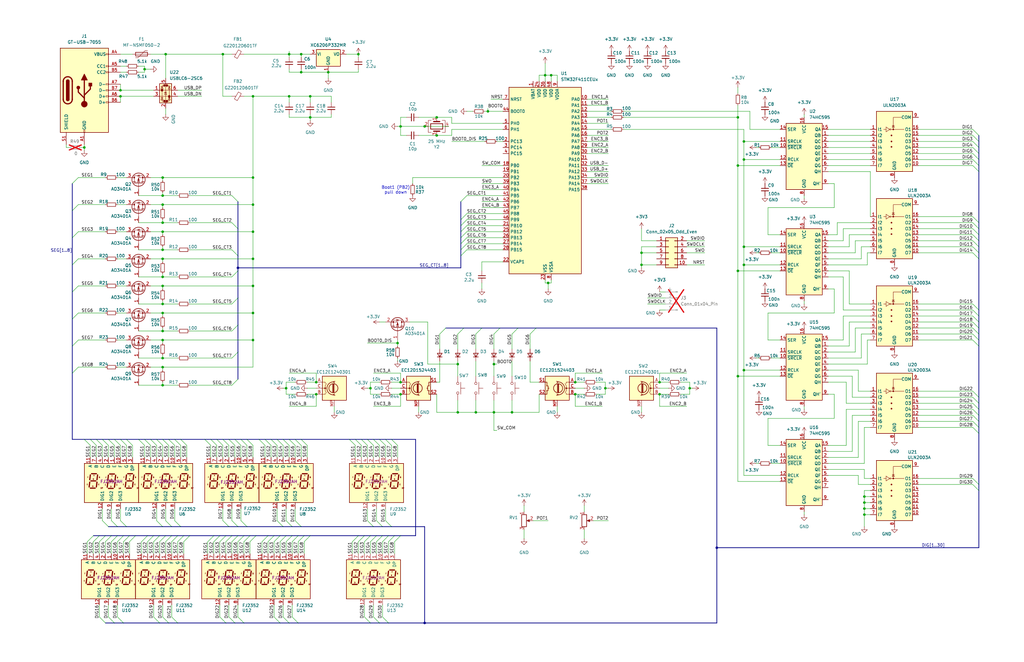
<source format=kicad_sch>
(kicad_sch (version 20250114) (generator "eeschema") (generator_version "9.0")
  (paper "USLedger")
  (title_block (title "Com-Nav-Radio Unit") (date "2025-03-16") (rev "A") (company "TBD") (comment 1 "OpenSimRadio"))
  (text "Boot1 (PB2)\npull down\n" (at 166.878 80.264 0) (effects (font (size 1.27 1.27))))
  (junction (at 193.04 173.99))
  (junction (at 130.81 40.64))
  (junction (at 68.58 116.84))
  (junction (at 106.68 109.22))
  (junction (at 168.91 161.29))
  (junction (at 121.92 40.64))
  (junction (at 68.58 109.22))
  (junction (at 50.8 38.1))
  (junction (at 133.35 166.37))
  (junction (at 179.07 53.34))
  (junction (at 193.04 153.67))
  (junction (at 68.58 82.55))
  (junction (at 151.13 22.86))
  (junction (at 313.69 156.21))
  (junction (at 68.58 93.98))
  (junction (at 313.69 59.69))
  (junction (at 290.83 163.83))
  (junction (at 68.58 143.51))
  (junction (at 278.13 166.37))
  (junction (at 133.35 161.29))
  (junction (at 278.13 161.29))
  (junction (at 313.69 67.31))
  (junction (at 200.66 173.99))
  (junction (at 364.49 217.17))
  (junction (at 232.41 31.75))
  (junction (at 168.91 166.37))
  (junction (at 106.68 97.79))
  (junction (at 208.28 173.99))
  (junction (at 205.74 46.99))
  (junction (at 68.58 74.93))
  (junction (at 121.92 22.86))
  (junction (at 242.57 161.29))
  (junction (at 364.49 214.63))
  (junction (at 68.58 162.56))
  (junction (at 242.57 166.37))
  (junction (at 106.68 40.64))
  (junction (at 93.98 22.86))
  (junction (at 69.85 22.86))
  (junction (at 311.15 158.75))
  (junction (at 231.14 119.38))
  (junction (at 127 30.48))
  (junction (at 68.58 86.36))
  (junction (at 138.43 30.48))
  (junction (at 208.28 153.67))
  (junction (at 364.49 209.55))
  (junction (at 68.58 154.94))
  (junction (at 229.87 31.75))
  (junction (at 311.15 49.53))
  (junction (at 215.9 173.99))
  (junction (at 68.58 128.27))
  (junction (at 127 22.86))
  (junction (at 311.15 114.3))
  (junction (at 156.21 163.83))
  (junction (at 255.27 163.83))
  (junction (at 106.68 120.65))
  (junction (at 184.15 57.15))
  (junction (at 35.56 62.23))
  (junction (at 106.68 74.93))
  (junction (at 270.51 106.68))
  (junction (at 130.81 49.53))
  (junction (at 179.07 262.89))
  (junction (at 68.58 151.13))
  (junction (at 68.58 139.7))
  (junction (at 68.58 97.79))
  (junction (at 100.33 113.03))
  (junction (at 60.96 29.21))
  (junction (at 120.65 163.83))
  (junction (at 311.15 69.85))
  (junction (at 184.15 49.53))
  (junction (at 302.26 231.14))
  (junction (at 270.51 111.76))
  (junction (at 106.68 86.36))
  (junction (at 167.64 144.78))
  (junction (at 50.8 40.64))
  (junction (at 106.68 132.08))
  (junction (at 106.68 143.51))
  (junction (at 68.58 120.65))
  (junction (at 313.69 111.76))
  (junction (at 313.69 104.14))
  (junction (at 168.91 53.34))
  (junction (at 68.58 132.08))
  (junction (at 364.49 212.09))
  (junction (at 68.58 105.41))
  (bus_entry (at 118.11 226.06) (size -2.54 2.54))
  (bus_entry (at 68.58 222.25) (size -2.54 -2.54))
  (bus_entry (at 100.33 222.25) (size -2.54 -2.54))
  (bus_entry (at 410.21 104.14) (size 2.54 2.54))
  (bus_entry (at 119.38 222.25) (size -2.54 -2.54))
  (bus_entry (at 161.29 226.06) (size -2.54 2.54))
  (bus_entry (at 153.67 226.06) (size -2.54 2.54))
  (bus_entry (at 60.96 185.42) (size 2.54 2.54))
  (bus_entry (at 410.21 101.6) (size 2.54 2.54))
  (bus_entry (at 33.02 154.94) (size -2.54 2.54))
  (bus_entry (at 50.8 185.42) (size 2.54 2.54))
  (bus_entry (at 86.36 185.42) (size 2.54 2.54))
  (bus_entry (at 71.12 185.42) (size 2.54 2.54))
  (bus_entry (at 57.15 226.06) (size -2.54 2.54))
  (bus_entry (at 162.56 185.42) (size 2.54 2.54))
  (bus_entry (at 151.13 226.06) (size -2.54 2.54))
  (bus_entry (at 49.53 226.06) (size -2.54 2.54))
  (bus_entry (at 195.58 138.43) (size -2.54 2.54))
  (bus_entry (at 95.25 226.06) (size -2.54 2.54))
  (bus_entry (at 121.92 185.42) (size 2.54 2.54))
  (bus_entry (at 77.47 226.06) (size -2.54 2.54))
  (bus_entry (at 97.79 162.56) (size 2.54 -2.54))
  (bus_entry (at 410.21 62.23) (size 2.54 2.54))
  (bus_entry (at 196.85 95.25) (size -2.54 2.54))
  (bus_entry (at 104.14 222.25) (size -2.54 -2.54))
  (bus_entry (at 97.79 105.41) (size 2.54 2.54))
  (bus_entry (at 35.56 185.42) (size 2.54 2.54))
  (bus_entry (at 102.87 226.06) (size -2.54 2.54))
  (bus_entry (at 410.21 170.18) (size 2.54 2.54))
  (bus_entry (at 101.6 185.42) (size 2.54 2.54))
  (bus_entry (at 166.37 226.06) (size -2.54 2.54))
  (bus_entry (at 33.02 86.36) (size -2.54 2.54))
  (bus_entry (at 90.17 226.06) (size -2.54 2.54))
  (bus_entry (at 63.5 185.42) (size 2.54 2.54))
  (bus_entry (at 156.21 262.89) (size -2.54 -2.54))
  (bus_entry (at 111.76 185.42) (size 2.54 2.54))
  (bus_entry (at 410.21 177.8) (size 2.54 2.54))
  (bus_entry (at 39.37 226.06) (size -2.54 2.54))
  (bus_entry (at 410.21 57.15) (size 2.54 2.54))
  (bus_entry (at 67.31 262.89) (size -2.54 -2.54))
  (bus_entry (at 147.32 185.42) (size 2.54 2.54))
  (bus_entry (at 120.65 226.06) (size -2.54 2.54))
  (bus_entry (at 114.3 185.42) (size 2.54 2.54))
  (bus_entry (at 410.21 133.35) (size 2.54 2.54))
  (bus_entry (at 116.84 185.42) (size 2.54 2.54))
  (bus_entry (at 187.96 138.43) (size -2.54 2.54))
  (bus_entry (at 410.21 91.44) (size 2.54 2.54))
  (bus_entry (at 410.21 69.85) (size 2.54 2.54))
  (bus_entry (at 410.21 67.31) (size 2.54 2.54))
  (bus_entry (at 163.83 226.06) (size -2.54 2.54))
  (bus_entry (at 149.86 185.42) (size 2.54 2.54))
  (bus_entry (at 97.79 226.06) (size -2.54 2.54))
  (bus_entry (at 410.21 59.69) (size 2.54 2.54))
  (bus_entry (at 226.06 138.43) (size -2.54 2.54))
  (bus_entry (at 53.34 222.25) (size -2.54 -2.54))
  (bus_entry (at 80.01 226.06) (size -2.54 2.54))
  (bus_entry (at 410.21 180.34) (size 2.54 2.54))
  (bus_entry (at 105.41 226.06) (size -2.54 2.54))
  (bus_entry (at 91.44 185.42) (size 2.54 2.54))
  (bus_entry (at 52.07 262.89) (size -2.54 -2.54))
  (bus_entry (at 64.77 226.06) (size -2.54 2.54))
  (bus_entry (at 66.04 185.42) (size 2.54 2.54))
  (bus_entry (at 52.07 226.06) (size -2.54 2.54))
  (bus_entry (at 165.1 222.25) (size -2.54 -2.54))
  (bus_entry (at 33.02 120.65) (size -2.54 2.54))
  (bus_entry (at 410.21 143.51) (size 2.54 2.54))
  (bus_entry (at 410.21 172.72) (size 2.54 2.54))
  (bus_entry (at 41.91 226.06) (size -2.54 2.54))
  (bus_entry (at 74.93 226.06) (size -2.54 2.54))
  (bus_entry (at 48.26 262.89) (size -2.54 -2.54))
  (bus_entry (at 218.44 138.43) (size -2.54 2.54))
  (bus_entry (at 160.02 185.42) (size 2.54 2.54))
  (bus_entry (at 46.99 226.06) (size -2.54 2.54))
  (bus_entry (at 107.95 226.06) (size -2.54 2.54))
  (bus_entry (at 410.21 140.97) (size 2.54 2.54))
  (bus_entry (at 123.19 226.06) (size -2.54 2.54))
  (bus_entry (at 102.87 262.89) (size -2.54 -2.54))
  (bus_entry (at 115.57 226.06) (size -2.54 2.54))
  (bus_entry (at 203.2 138.43) (size -2.54 2.54))
  (bus_entry (at 410.21 93.98) (size 2.54 2.54))
  (bus_entry (at 125.73 262.89) (size -2.54 -2.54))
  (bus_entry (at 53.34 185.42) (size 2.54 2.54))
  (bus_entry (at 96.52 185.42) (size 2.54 2.54))
  (bus_entry (at 168.91 226.06) (size -2.54 2.54))
  (bus_entry (at 71.12 262.89) (size -2.54 -2.54))
  (bus_entry (at 97.79 82.55) (size 2.54 2.54))
  (bus_entry (at 97.79 93.98) (size 2.54 2.54))
  (bus_entry (at 40.64 185.42) (size 2.54 2.54))
  (bus_entry (at 33.02 74.93) (size -2.54 2.54))
  (bus_entry (at 48.26 185.42) (size 2.54 2.54))
  (bus_entry (at 69.85 226.06) (size -2.54 2.54))
  (bus_entry (at 97.79 139.7) (size 2.54 -2.54))
  (bus_entry (at 68.58 185.42) (size 2.54 2.54))
  (bus_entry (at 410.21 204.47) (size 2.54 2.54))
  (bus_entry (at 33.02 109.22) (size -2.54 2.54))
  (bus_entry (at 156.21 226.06) (size -2.54 2.54))
  (bus_entry (at 196.85 102.87) (size -2.54 2.54))
  (bus_entry (at 33.02 132.08) (size -2.54 2.54))
  (bus_entry (at 196.85 82.55) (size -2.54 2.54))
  (bus_entry (at 97.79 151.13) (size 2.54 -2.54))
  (bus_entry (at 410.21 96.52) (size 2.54 2.54))
  (bus_entry (at 119.38 185.42) (size 2.54 2.54))
  (bus_entry (at 127 222.25) (size -2.54 -2.54))
  (bus_entry (at 97.79 128.27) (size 2.54 -2.54))
  (bus_entry (at 410.21 54.61) (size 2.54 2.54))
  (bus_entry (at 123.19 222.25) (size -2.54 -2.54))
  (bus_entry (at 62.23 226.06) (size -2.54 2.54))
  (bus_entry (at 104.14 185.42) (size 2.54 2.54))
  (bus_entry (at 410.21 130.81) (size 2.54 2.54))
  (bus_entry (at 163.83 262.89) (size -2.54 -2.54))
  (bus_entry (at 92.71 226.06) (size -2.54 2.54))
  (bus_entry (at 95.25 262.89) (size -2.54 -2.54))
  (bus_entry (at 74.93 262.89) (size -2.54 -2.54))
  (bus_entry (at 160.02 262.89) (size -2.54 -2.54))
  (bus_entry (at 154.94 185.42) (size 2.54 2.54))
  (bus_entry (at 410.21 99.06) (size 2.54 2.54))
  (bus_entry (at 127 185.42) (size 2.54 2.54))
  (bus_entry (at 99.06 262.89) (size -2.54 -2.54))
  (bus_entry (at 410.21 175.26) (size 2.54 2.54))
  (bus_entry (at 152.4 185.42) (size 2.54 2.54))
  (bus_entry (at 113.03 226.06) (size -2.54 2.54))
  (bus_entry (at 118.11 262.89) (size -2.54 -2.54))
  (bus_entry (at 72.39 222.25) (size -2.54 -2.54))
  (bus_entry (at 100.33 226.06) (size -2.54 2.54))
  (bus_entry (at 76.2 222.25) (size -2.54 -2.54))
  (bus_entry (at 44.45 262.89) (size -2.54 -2.54))
  (bus_entry (at 410.21 64.77) (size 2.54 2.54))
  (bus_entry (at 76.2 185.42) (size 2.54 2.54))
  (bus_entry (at 72.39 226.06) (size -2.54 2.54))
  (bus_entry (at 109.22 185.42) (size 2.54 2.54))
  (bus_entry (at 165.1 185.42) (size 2.54 2.54))
  (bus_entry (at 410.21 128.27) (size 2.54 2.54))
  (bus_entry (at 196.85 92.71) (size -2.54 2.54))
  (bus_entry (at 410.21 167.64) (size 2.54 2.54))
  (bus_entry (at 130.81 226.06) (size -2.54 2.54))
  (bus_entry (at 67.31 226.06) (size -2.54 2.54))
  (bus_entry (at 88.9 185.42) (size 2.54 2.54))
  (bus_entry (at 157.48 185.42) (size 2.54 2.54))
  (bus_entry (at 410.21 138.43) (size 2.54 2.54))
  (bus_entry (at 158.75 226.06) (size -2.54 2.54))
  (bus_entry (at 410.21 106.68) (size 2.54 2.54))
  (bus_entry (at 93.98 185.42) (size 2.54 2.54))
  (bus_entry (at 58.42 185.42) (size 2.54 2.54))
  (bus_entry (at 73.66 185.42) (size 2.54 2.54))
  (bus_entry (at 157.48 222.25) (size -2.54 -2.54))
  (bus_entry (at 196.85 105.41) (size -2.54 2.54))
  (bus_entry (at 38.1 185.42) (size 2.54 2.54))
  (bus_entry (at 97.79 116.84) (size 2.54 -2.54))
  (bus_entry (at 33.02 143.51) (size -2.54 2.54))
  (bus_entry (at 33.02 97.79) (size -2.54 2.54))
  (bus_entry (at 121.92 262.89) (size -2.54 -2.54))
  (bus_entry (at 54.61 226.06) (size -2.54 2.54))
  (bus_entry (at 43.18 185.42) (size 2.54 2.54))
  (bus_entry (at 128.27 226.06) (size -2.54 2.54))
  (bus_entry (at 125.73 226.06) (size -2.54 2.54))
  (bus_entry (at 96.52 222.25) (size -2.54 -2.54))
  (bus_entry (at 124.46 185.42) (size 2.54 2.54))
  (bus_entry (at 44.45 226.06) (size -2.54 2.54))
  (bus_entry (at 161.29 222.25) (size -2.54 -2.54))
  (bus_entry (at 99.06 185.42) (size 2.54 2.54))
  (bus_entry (at 45.72 222.25) (size -2.54 -2.54))
  (bus_entry (at 210.82 138.43) (size -2.54 2.54))
  (bus_entry (at 196.85 100.33) (size -2.54 2.54))
  (bus_entry (at 49.53 222.25) (size -2.54 -2.54))
  (bus_entry (at 45.72 185.42) (size 2.54 2.54))
  (bus_entry (at 410.21 201.93) (size 2.54 2.54))
  (bus_entry (at 410.21 135.89) (size 2.54 2.54))
  (bus_entry (at 196.85 97.79) (size -2.54 2.54))
  (bus_entry (at 410.21 165.1) (size 2.54 2.54))
  (bus_entry (at 196.85 90.17) (size -2.54 2.54))
  (wire (pts (xy 154.94 187.96) (xy 154.94 193.04)))
  (wire (pts (xy 208.28 168.91) (xy 208.28 173.99)))
  (wire (pts (xy 128.27 228.6) (xy 128.27 233.68)))
  (wire (pts (xy 104.14 187.96) (xy 104.14 193.04)))
  (wire (pts (xy 176.53 57.15) (xy 184.15 57.15)))
  (bus (pts (xy 121.92 262.89) (xy 125.73 262.89)))
  (wire (pts (xy 152.4 187.96) (xy 152.4 193.04)))
  (wire (pts (xy 387.35 130.81) (xy 410.21 130.81)))
  (wire (pts (xy 289.56 104.14) (xy 297.18 104.14)))
  (bus (pts (xy 100.33 226.06) (xy 102.87 226.06)))
  (wire (pts (xy 97.79 228.6) (xy 97.79 233.68)))
  (bus (pts (xy 165.1 222.25) (xy 179.07 222.25)))
  (wire (pts (xy 270.51 173.99) (xy 270.51 171.45)))
  (wire (pts (xy 351.79 77.47) (xy 351.79 87.63)))
  (bus (pts (xy 54.61 226.06) (xy 57.15 226.06)))
  (wire (pts (xy 254 171.45) (xy 242.57 171.45)))
  (wire (pts (xy 33.02 132.08) (xy 44.45 132.08)))
  (wire (pts (xy 208.28 153.67) (xy 208.28 158.75)))
  (bus (pts (xy 165.1 185.42) (xy 175.26 185.42)))
  (bus (pts (xy 412.75 69.85) (xy 412.75 72.39)))
  (wire (pts (xy 119.38 260.35) (xy 119.38 255.27)))
  (wire (pts (xy 355.6 96.52) (xy 367.03 96.52)))
  (wire (pts (xy 63.5 97.79) (xy 68.58 97.79)))
  (wire (pts (xy 176.53 49.53) (xy 184.15 49.53)))
  (bus (pts (xy 100.33 148.59) (xy 100.33 160.02)))
  (bus (pts (xy 412.75 207.01) (xy 412.75 231.14)))
  (bus (pts (xy 71.12 262.89) (xy 74.93 262.89)))
  (bus (pts (xy 412.75 104.14) (xy 412.75 101.6)))
  (wire (pts (xy 227.33 166.37) (xy 227.33 173.99)))
  (bus (pts (xy 194.31 100.33) (xy 194.31 102.87)))
  (bus (pts (xy 412.75 204.47) (xy 412.75 207.01)))
  (wire (pts (xy 130.81 49.53) (xy 139.7 49.53)))
  (wire (pts (xy 360.68 101.6) (xy 367.03 101.6)))
  (bus (pts (xy 412.75 64.77) (xy 412.75 67.31)))
  (wire (pts (xy 165.1 163.83) (xy 168.91 163.83)))
  (wire (pts (xy 256.54 59.69) (xy 247.65 59.69)))
  (wire (pts (xy 364.49 212.09) (xy 367.03 212.09)))
  (wire (pts (xy 106.68 132.08) (xy 106.68 143.51)))
  (wire (pts (xy 44.45 74.93) (xy 33.02 74.93)))
  (wire (pts (xy 257.81 49.53) (xy 247.65 49.53)))
  (wire (pts (xy 387.35 93.98) (xy 410.21 93.98)))
  (wire (pts (xy 151.13 29.21) (xy 151.13 30.48)))
  (bus (pts (xy 86.36 185.42) (xy 88.9 185.42)))
  (wire (pts (xy 246.38 227.33) (xy 246.38 223.52)))
  (wire (pts (xy 325.12 106.68) (xy 328.93 106.68)))
  (wire (pts (xy 127 22.86) (xy 130.81 22.86)))
  (wire (pts (xy 363.22 140.97) (xy 367.03 140.97)))
  (bus (pts (xy 100.33 137.16) (xy 100.33 148.59)))
  (wire (pts (xy 223.52 140.97) (xy 223.52 147.32)))
  (wire (pts (xy 387.35 138.43) (xy 410.21 138.43)))
  (wire (pts (xy 52.07 228.6) (xy 52.07 233.68)))
  (wire (pts (xy 297.18 111.76) (xy 289.56 111.76)))
  (wire (pts (xy 196.85 102.87) (xy 212.09 102.87)))
  (wire (pts (xy 365.76 106.68) (xy 367.03 106.68)))
  (wire (pts (xy 180.34 153.67) (xy 193.04 153.67)))
  (wire (pts (xy 387.35 201.93) (xy 410.21 201.93)))
  (wire (pts (xy 367.03 57.15) (xy 349.25 57.15)))
  (bus (pts (xy 30.48 134.62) (xy 30.48 146.05)))
  (wire (pts (xy 208.28 173.99) (xy 215.9 173.99)))
  (bus (pts (xy 412.75 99.06) (xy 412.75 96.52)))
  (bus (pts (xy 412.75 93.98) (xy 412.75 72.39)))
  (wire (pts (xy 68.58 82.55) (xy 68.58 81.28)))
  (wire (pts (xy 156.21 228.6) (xy 156.21 233.68)))
  (wire (pts (xy 93.98 214.63) (xy 93.98 219.71)))
  (wire (pts (xy 43.18 187.96) (xy 43.18 193.04)))
  (bus (pts (xy 30.48 157.48) (xy 30.48 185.42)))
  (wire (pts (xy 74.93 38.1) (xy 85.09 38.1)))
  (bus (pts (xy 46.99 226.06) (xy 49.53 226.06)))
  (wire (pts (xy 130.81 50.8) (xy 130.81 49.53)))
  (bus (pts (xy 113.03 226.06) (xy 115.57 226.06)))
  (bus (pts (xy 45.72 222.25) (xy 49.53 222.25)))
  (wire (pts (xy 325.12 151.13) (xy 328.93 151.13)))
  (bus (pts (xy 30.48 111.76) (xy 30.48 123.19)))
  (wire (pts (xy 68.58 260.35) (xy 68.58 255.27)))
  (wire (pts (xy 96.52 187.96) (xy 96.52 193.04)))
  (wire (pts (xy 196.85 92.71) (xy 212.09 92.71)))
  (wire (pts (xy 387.35 69.85) (xy 410.21 69.85)))
  (wire (pts (xy 361.95 193.04) (xy 349.25 193.04)))
  (wire (pts (xy 349.25 114.3) (xy 358.14 114.3)))
  (wire (pts (xy 220.98 213.36) (xy 220.98 215.9)))
  (wire (pts (xy 50.8 40.64) (xy 64.77 40.64)))
  (wire (pts (xy 227.33 31.75) (xy 229.87 31.75)))
  (wire (pts (xy 278.13 161.29) (xy 278.13 157.48)))
  (wire (pts (xy 63.5 22.86) (xy 69.85 22.86)))
  (wire (pts (xy 270.51 111.76) (xy 276.86 111.76)))
  (wire (pts (xy 115.57 228.6) (xy 115.57 233.68)))
  (wire (pts (xy 318.77 106.68) (xy 320.04 106.68)))
  (wire (pts (xy 165.1 166.37) (xy 168.91 166.37)))
  (bus (pts (xy 125.73 262.89) (xy 156.21 262.89)))
  (wire (pts (xy 355.6 116.84) (xy 355.6 130.81)))
  (wire (pts (xy 101.6 187.96) (xy 101.6 193.04)))
  (wire (pts (xy 257.81 46.99) (xy 247.65 46.99)))
  (wire (pts (xy 364.49 214.63) (xy 367.03 214.63)))
  (wire (pts (xy 365.76 153.67) (xy 349.25 153.67)))
  (wire (pts (xy 246.38 163.83) (xy 242.57 163.83)))
  (wire (pts (xy 184.15 49.53) (xy 190.5 49.53)))
  (wire (pts (xy 63.5 120.65) (xy 68.58 120.65)))
  (bus (pts (xy 412.75 231.14) (xy 302.26 231.14)))
  (bus (pts (xy 161.29 222.25) (xy 165.1 222.25)))
  (wire (pts (xy 339.09 128.27) (xy 339.09 127)))
  (bus (pts (xy 120.65 226.06) (xy 123.19 226.06)))
  (wire (pts (xy 106.68 120.65) (xy 106.68 132.08)))
  (bus (pts (xy 412.75 146.05) (xy 412.75 167.64)))
  (wire (pts (xy 116.84 187.96) (xy 116.84 193.04)))
  (bus (pts (xy 50.8 185.42) (xy 53.34 185.42)))
  (wire (pts (xy 73.66 219.71) (xy 73.66 214.63)))
  (wire (pts (xy 387.35 133.35) (xy 410.21 133.35)))
  (wire (pts (xy 387.35 106.68) (xy 410.21 106.68)))
  (bus (pts (xy 114.3 185.42) (xy 116.84 185.42)))
  (wire (pts (xy 246.38 213.36) (xy 246.38 215.9)))
  (bus (pts (xy 179.07 262.89) (xy 302.26 262.89)))
  (wire (pts (xy 387.35 135.89) (xy 410.21 135.89)))
  (wire (pts (xy 106.68 109.22) (xy 106.68 120.65)))
  (wire (pts (xy 50.8 187.96) (xy 50.8 193.04)))
  (wire (pts (xy 229.87 26.67) (xy 229.87 31.75)))
  (wire (pts (xy 349.25 200.66) (xy 361.95 200.66)))
  (wire (pts (xy 364.49 214.63) (xy 364.49 217.17)))
  (wire (pts (xy 129.54 187.96) (xy 129.54 193.04)))
  (wire (pts (xy 68.58 151.13) (xy 68.58 149.86)))
  (wire (pts (xy 72.39 228.6) (xy 72.39 233.68)))
  (wire (pts (xy 365.76 106.68) (xy 365.76 111.76)))
  (wire (pts (xy 367.03 170.18) (xy 356.87 170.18)))
  (bus (pts (xy 121.92 185.42) (xy 124.46 185.42)))
  (wire (pts (xy 196.85 97.79) (xy 212.09 97.79)))
  (wire (pts (xy 68.58 116.84) (xy 68.58 115.57)))
  (wire (pts (xy 361.95 200.66) (xy 361.95 204.47)))
  (wire (pts (xy 114.3 187.96) (xy 114.3 193.04)))
  (wire (pts (xy 193.04 153.67) (xy 193.04 158.75)))
  (wire (pts (xy 68.58 139.7) (xy 68.58 138.43)))
  (wire (pts (xy 63.5 143.51) (xy 68.58 143.51)))
  (wire (pts (xy 215.9 152.4) (xy 215.9 158.75)))
  (bus (pts (xy 127 222.25) (xy 157.48 222.25)))
  (bus (pts (xy 161.29 226.06) (xy 163.83 226.06)))
  (wire (pts (xy 64.77 260.35) (xy 64.77 255.27)))
  (wire (pts (xy 49.53 154.94) (xy 53.34 154.94)))
  (bus (pts (xy 104.14 222.25) (xy 119.38 222.25)))
  (wire (pts (xy 68.58 93.98) (xy 68.58 92.71)))
  (bus (pts (xy 194.31 85.09) (xy 194.31 92.71)))
  (bus (pts (xy 71.12 185.42) (xy 73.66 185.42)))
  (bus (pts (xy 99.06 262.89) (xy 102.87 262.89)))
  (wire (pts (xy 289.56 101.6) (xy 297.18 101.6)))
  (wire (pts (xy 74.93 228.6) (xy 74.93 233.68)))
  (wire (pts (xy 49.53 143.51) (xy 53.34 143.51)))
  (wire (pts (xy 359.41 190.5) (xy 349.25 190.5)))
  (wire (pts (xy 215.9 173.99) (xy 227.33 173.99)))
  (wire (pts (xy 270.51 104.14) (xy 270.51 106.68)))
  (wire (pts (xy 313.69 104.14) (xy 313.69 67.31)))
  (wire (pts (xy 364.49 198.12) (xy 364.49 201.93)))
  (bus (pts (xy 156.21 226.06) (xy 158.75 226.06)))
  (wire (pts (xy 200.66 140.97) (xy 200.66 147.32)))
  (wire (pts (xy 68.58 132.08) (xy 106.68 132.08)))
  (bus (pts (xy 412.75 133.35) (xy 412.75 135.89)))
  (wire (pts (xy 356.87 172.72) (xy 367.03 172.72)))
  (bus (pts (xy 412.75 101.6) (xy 412.75 99.06)))
  (bus (pts (xy 163.83 262.89) (xy 179.07 262.89)))
  (bus (pts (xy 412.75 177.8) (xy 412.75 180.34)))
  (wire (pts (xy 166.37 228.6) (xy 166.37 233.68)))
  (bus (pts (xy 93.98 185.42) (xy 96.52 185.42)))
  (wire (pts (xy 41.91 260.35) (xy 41.91 255.27)))
  (bus (pts (xy 412.75 170.18) (xy 412.75 172.72)))
  (wire (pts (xy 121.92 40.64) (xy 121.92 43.18)))
  (wire (pts (xy 119.38 163.83) (xy 120.65 163.83)))
  (wire (pts (xy 203.2 110.49) (xy 212.09 110.49)))
  (wire (pts (xy 255.27 161.29) (xy 251.46 161.29)))
  (wire (pts (xy 157.48 187.96) (xy 157.48 193.04)))
  (wire (pts (xy 355.6 133.35) (xy 355.6 143.51)))
  (wire (pts (xy 185.42 140.97) (xy 185.42 147.32)))
  (wire (pts (xy 167.64 144.78) (xy 167.64 143.51)))
  (wire (pts (xy 313.69 111.76) (xy 313.69 156.21)))
  (wire (pts (xy 96.52 260.35) (xy 96.52 255.27)))
  (wire (pts (xy 69.85 22.86) (xy 93.98 22.86)))
  (wire (pts (xy 41.91 228.6) (xy 41.91 233.68)))
  (wire (pts (xy 92.71 228.6) (xy 92.71 233.68)))
  (wire (pts (xy 356.87 161.29) (xy 349.25 161.29)))
  (bus (pts (xy 116.84 185.42) (xy 119.38 185.42)))
  (wire (pts (xy 351.79 87.63) (xy 323.85 87.63)))
  (wire (pts (xy 232.41 119.38) (xy 232.41 118.11)))
  (wire (pts (xy 290.83 161.29) (xy 287.02 161.29)))
  (wire (pts (xy 139.7 49.53) (xy 139.7 48.26)))
  (wire (pts (xy 63.5 187.96) (xy 63.5 193.04)))
  (wire (pts (xy 168.91 166.37) (xy 168.91 171.45)))
  (wire (pts (xy 68.58 162.56) (xy 74.93 162.56)))
  (wire (pts (xy 102.87 40.64) (xy 106.68 40.64)))
  (wire (pts (xy 360.68 138.43) (xy 360.68 148.59)))
  (wire (pts (xy 290.83 163.83) (xy 290.83 166.37)))
  (bus (pts (xy 412.75 62.23) (xy 412.75 64.77)))
  (wire (pts (xy 156.21 161.29) (xy 160.02 161.29)))
  (bus (pts (xy 52.07 226.06) (xy 54.61 226.06)))
  (wire (pts (xy 167.64 53.34) (xy 168.91 53.34)))
  (bus (pts (xy 149.86 185.42) (xy 152.4 185.42)))
  (bus (pts (xy 100.33 113.03) (xy 100.33 114.3)))
  (wire (pts (xy 153.67 255.27) (xy 153.67 260.35)))
  (wire (pts (xy 323.85 187.96) (xy 328.93 187.96)))
  (wire (pts (xy 311.15 69.85) (xy 311.15 114.3)))
  (bus (pts (xy 194.31 107.95) (xy 194.31 113.03)))
  (bus (pts (xy 68.58 222.25) (xy 72.39 222.25)))
  (bus (pts (xy 38.1 185.42) (xy 40.64 185.42)))
  (wire (pts (xy 146.05 22.86) (xy 151.13 22.86)))
  (wire (pts (xy 34.29 62.23) (xy 35.56 62.23)))
  (wire (pts (xy 80.01 151.13) (xy 97.79 151.13)))
  (wire (pts (xy 196.85 95.25) (xy 212.09 95.25)))
  (wire (pts (xy 130.81 49.53) (xy 130.81 48.26)))
  (bus (pts (xy 76.2 222.25) (xy 96.52 222.25)))
  (bus (pts (xy 44.45 262.89) (xy 48.26 262.89)))
  (wire (pts (xy 68.58 116.84) (xy 74.93 116.84)))
  (wire (pts (xy 387.35 101.6) (xy 410.21 101.6)))
  (wire (pts (xy 74.93 40.64) (xy 85.09 40.64)))
  (wire (pts (xy 323.85 143.51) (xy 328.93 143.51)))
  (bus (pts (xy 49.53 226.06) (xy 52.07 226.06)))
  (wire (pts (xy 40.64 187.96) (xy 40.64 193.04)))
  (wire (pts (xy 281.94 166.37) (xy 278.13 166.37)))
  (wire (pts (xy 121.92 157.48) (xy 133.35 157.48)))
  (wire (pts (xy 367.03 64.77) (xy 349.25 64.77)))
  (wire (pts (xy 156.21 163.83) (xy 156.21 161.29)))
  (wire (pts (xy 67.31 228.6) (xy 67.31 233.68)))
  (bus (pts (xy 105.41 226.06) (xy 107.95 226.06)))
  (wire (pts (xy 88.9 187.96) (xy 88.9 193.04)))
  (wire (pts (xy 80.01 139.7) (xy 97.79 139.7)))
  (wire (pts (xy 173.99 74.93) (xy 212.09 74.93)))
  (wire (pts (xy 311.15 203.2) (xy 328.93 203.2)))
  (wire (pts (xy 242.57 161.29) (xy 242.57 157.48)))
  (wire (pts (xy 80.01 82.55) (xy 97.79 82.55)))
  (wire (pts (xy 80.01 128.27) (xy 97.79 128.27)))
  (wire (pts (xy 68.58 143.51) (xy 68.58 144.78)))
  (wire (pts (xy 196.85 82.55) (xy 212.09 82.55)))
  (wire (pts (xy 246.38 166.37) (xy 242.57 166.37)))
  (wire (pts (xy 39.37 228.6) (xy 39.37 233.68)))
  (bus (pts (xy 30.48 77.47) (xy 30.48 88.9)))
  (wire (pts (xy 66.04 219.71) (xy 66.04 214.63)))
  (wire (pts (xy 387.35 67.31) (xy 410.21 67.31)))
  (wire (pts (xy 360.68 148.59) (xy 349.25 148.59)))
  (wire (pts (xy 358.14 104.14) (xy 349.25 104.14)))
  (wire (pts (xy 190.5 49.53) (xy 190.5 52.07)))
  (wire (pts (xy 361.95 165.1) (xy 361.95 156.21)))
  (bus (pts (xy 77.47 226.06) (xy 80.01 226.06)))
  (wire (pts (xy 153.67 228.6) (xy 153.67 233.68)))
  (wire (pts (xy 121.92 30.48) (xy 121.92 29.21)))
  (bus (pts (xy 69.85 226.06) (xy 72.39 226.06)))
  (wire (pts (xy 247.65 57.15) (xy 256.54 57.15)))
  (wire (pts (xy 140.97 173.99) (xy 140.97 171.45)))
  (wire (pts (xy 121.92 171.45) (xy 133.35 171.45)))
  (wire (pts (xy 387.35 99.06) (xy 410.21 99.06)))
  (wire (pts (xy 229.87 118.11) (xy 229.87 119.38)))
  (wire (pts (xy 68.58 93.98) (xy 74.93 93.98)))
  (wire (pts (xy 229.87 31.75) (xy 232.41 31.75)))
  (wire (pts (xy 313.69 67.31) (xy 328.93 67.31)))
  (wire (pts (xy 184.15 166.37) (xy 184.15 173.99)))
  (wire (pts (xy 367.03 59.69) (xy 349.25 59.69)))
  (wire (pts (xy 180.34 135.89) (xy 180.34 153.67)))
  (wire (pts (xy 256.54 72.39) (xy 247.65 72.39)))
  (bus (pts (xy 187.96 138.43) (xy 195.58 138.43)))
  (bus (pts (xy 203.2 138.43) (xy 210.82 138.43)))
  (wire (pts (xy 49.53 120.65) (xy 53.34 120.65)))
  (wire (pts (xy 208.28 152.4) (xy 208.28 153.67)))
  (bus (pts (xy 412.75 130.81) (xy 412.75 133.35)))
  (wire (pts (xy 223.52 152.4) (xy 223.52 161.29)))
  (wire (pts (xy 313.69 156.21) (xy 328.93 156.21)))
  (bus (pts (xy 96.52 185.42) (xy 99.06 185.42)))
  (bus (pts (xy 100.33 114.3) (xy 100.33 125.73)))
  (wire (pts (xy 151.13 22.86) (xy 151.13 24.13)))
  (wire (pts (xy 129.54 166.37) (xy 133.35 166.37)))
  (wire (pts (xy 63.5 86.36) (xy 68.58 86.36)))
  (bus (pts (xy 64.77 226.06) (xy 67.31 226.06)))
  (bus (pts (xy 127 185.42) (xy 147.32 185.42)))
  (wire (pts (xy 168.91 53.34) (xy 168.91 57.15)))
  (wire (pts (xy 127 187.96) (xy 127 193.04)))
  (wire (pts (xy 92.71 255.27) (xy 92.71 260.35)))
  (bus (pts (xy 123.19 226.06) (xy 125.73 226.06)))
  (wire (pts (xy 360.68 138.43) (xy 367.03 138.43)))
  (bus (pts (xy 162.56 185.42) (xy 165.1 185.42)))
  (wire (pts (xy 161.29 260.35) (xy 161.29 255.27)))
  (bus (pts (xy 95.25 226.06) (xy 97.79 226.06)))
  (wire (pts (xy 49.53 74.93) (xy 53.34 74.93)))
  (bus (pts (xy 175.26 226.06) (xy 168.91 226.06)))
  (wire (pts (xy 68.58 128.27) (xy 68.58 127)))
  (bus (pts (xy 92.71 226.06) (xy 95.25 226.06)))
  (wire (pts (xy 281.94 161.29) (xy 278.13 161.29)))
  (wire (pts (xy 156.21 166.37) (xy 160.02 166.37)))
  (bus (pts (xy 53.34 185.42) (xy 58.42 185.42)))
  (wire (pts (xy 270.51 106.68) (xy 270.51 111.76)))
  (wire (pts (xy 387.35 177.8) (xy 410.21 177.8)))
  (wire (pts (xy 91.44 187.96) (xy 91.44 193.04)))
  (wire (pts (xy 229.87 31.75) (xy 229.87 34.29)))
  (bus (pts (xy 72.39 226.06) (xy 74.93 226.06)))
  (bus (pts (xy 100.33 222.25) (xy 104.14 222.25)))
  (bus (pts (xy 160.02 185.42) (xy 162.56 185.42)))
  (wire (pts (xy 99.06 187.96) (xy 99.06 193.04)))
  (wire (pts (xy 323.85 87.63) (xy 323.85 99.06)))
  (wire (pts (xy 138.43 30.48) (xy 127 30.48)))
  (wire (pts (xy 276.86 101.6) (xy 270.51 101.6)))
  (wire (pts (xy 200.66 173.99) (xy 208.28 173.99)))
  (wire (pts (xy 80.01 162.56) (xy 97.79 162.56)))
  (wire (pts (xy 120.65 166.37) (xy 124.46 166.37)))
  (wire (pts (xy 106.68 40.64) (xy 106.68 74.93)))
  (bus (pts (xy 119.38 185.42) (xy 121.92 185.42)))
  (wire (pts (xy 58.42 162.56) (xy 68.58 162.56)))
  (bus (pts (xy 88.9 185.42) (xy 91.44 185.42)))
  (wire (pts (xy 316.23 46.99) (xy 262.89 46.99)))
  (wire (pts (xy 124.46 219.71) (xy 124.46 214.63)))
  (wire (pts (xy 121.92 22.86) (xy 121.92 24.13)))
  (bus (pts (xy 90.17 226.06) (xy 92.71 226.06)))
  (wire (pts (xy 323.85 176.53) (xy 323.85 187.96)))
  (wire (pts (xy 387.35 165.1) (xy 410.21 165.1)))
  (wire (pts (xy 68.58 105.41) (xy 74.93 105.41)))
  (wire (pts (xy 364.49 217.17) (xy 364.49 222.25)))
  (wire (pts (xy 363.22 140.97) (xy 363.22 151.13)))
  (bus (pts (xy 74.93 262.89) (xy 95.25 262.89)))
  (bus (pts (xy 100.33 96.52) (xy 100.33 107.95)))
  (wire (pts (xy 156.21 163.83) (xy 156.21 166.37)))
  (wire (pts (xy 234.95 31.75) (xy 234.95 34.29)))
  (wire (pts (xy 276.86 104.14) (xy 270.51 104.14)))
  (wire (pts (xy 63.5 109.22) (xy 68.58 109.22)))
  (wire (pts (xy 387.35 91.44) (xy 410.21 91.44)))
  (wire (pts (xy 50.8 219.71) (xy 50.8 214.63)))
  (wire (pts (xy 246.38 161.29) (xy 242.57 161.29)))
  (wire (pts (xy 358.14 99.06) (xy 358.14 104.14)))
  (wire (pts (xy 151.13 30.48) (xy 138.43 30.48)))
  (wire (pts (xy 68.58 187.96) (xy 68.58 193.04)))
  (wire (pts (xy 351.79 176.53) (xy 323.85 176.53)))
  (wire (pts (xy 356.87 170.18) (xy 356.87 161.29)))
  (wire (pts (xy 229.87 119.38) (xy 231.14 119.38)))
  (wire (pts (xy 58.42 151.13) (xy 68.58 151.13)))
  (wire (pts (xy 80.01 105.41) (xy 97.79 105.41)))
  (wire (pts (xy 115.57 260.35) (xy 115.57 255.27)))
  (wire (pts (xy 49.53 228.6) (xy 49.53 233.68)))
  (wire (pts (xy 359.41 158.75) (xy 359.41 167.64)))
  (wire (pts (xy 363.22 151.13) (xy 349.25 151.13)))
  (bus (pts (xy 67.31 262.89) (xy 71.12 262.89)))
  (bus (pts (xy 97.79 226.06) (xy 100.33 226.06)))
  (bus (pts (xy 175.26 185.42) (xy 175.26 226.06)))
  (wire (pts (xy 168.91 49.53) (xy 168.91 53.34)))
  (bus (pts (xy 53.34 222.25) (xy 68.58 222.25)))
  (wire (pts (xy 93.98 22.86) (xy 97.79 22.86)))
  (wire (pts (xy 68.58 139.7) (xy 74.93 139.7)))
  (wire (pts (xy 367.03 67.31) (xy 349.25 67.31)))
  (wire (pts (xy 364.49 209.55) (xy 367.03 209.55)))
  (bus (pts (xy 412.75 106.68) (xy 412.75 109.22)))
  (wire (pts (xy 35.56 62.23) (xy 35.56 60.96)))
  (wire (pts (xy 68.58 109.22) (xy 106.68 109.22)))
  (wire (pts (xy 162.56 187.96) (xy 162.56 193.04)))
  (wire (pts (xy 353.06 93.98) (xy 367.03 93.98)))
  (bus (pts (xy 62.23 226.06) (xy 64.77 226.06)))
  (wire (pts (xy 256.54 77.47) (xy 247.65 77.47)))
  (wire (pts (xy 58.42 116.84) (xy 68.58 116.84)))
  (wire (pts (xy 364.49 217.17) (xy 367.03 217.17)))
  (wire (pts (xy 255.27 166.37) (xy 251.46 166.37)))
  (wire (pts (xy 184.15 57.15) (xy 190.5 57.15)))
  (bus (pts (xy 118.11 262.89) (xy 121.92 262.89)))
  (wire (pts (xy 313.69 104.14) (xy 313.69 111.76)))
  (wire (pts (xy 68.58 86.36) (xy 68.58 87.63)))
  (bus (pts (xy 412.75 104.14) (xy 412.75 106.68)))
  (bus (pts (xy 67.31 226.06) (xy 69.85 226.06)))
  (wire (pts (xy 316.23 46.99) (xy 316.23 54.61)))
  (wire (pts (xy 33.02 86.36) (xy 44.45 86.36)))
  (wire (pts (xy 129.54 163.83) (xy 133.35 163.83)))
  (wire (pts (xy 127 30.48) (xy 121.92 30.48)))
  (wire (pts (xy 68.58 120.65) (xy 106.68 120.65)))
  (wire (pts (xy 358.14 135.89) (xy 358.14 146.05)))
  (wire (pts (xy 318.77 195.58) (xy 320.04 195.58)))
  (wire (pts (xy 365.76 143.51) (xy 365.76 153.67)))
  (wire (pts (xy 363.22 104.14) (xy 363.22 109.22)))
  (wire (pts (xy 53.34 187.96) (xy 53.34 193.04)))
  (wire (pts (xy 351.79 132.08) (xy 323.85 132.08)))
  (wire (pts (xy 355.6 96.52) (xy 355.6 101.6)))
  (wire (pts (xy 353.06 93.98) (xy 353.06 99.06)))
  (bus (pts (xy 412.75 175.26) (xy 412.75 177.8)))
  (wire (pts (xy 196.85 100.33) (xy 212.09 100.33)))
  (wire (pts (xy 68.58 162.56) (xy 68.58 161.29)))
  (wire (pts (xy 127 29.21) (xy 127 30.48)))
  (wire (pts (xy 205.74 46.99) (xy 204.47 46.99)))
  (wire (pts (xy 351.79 121.92) (xy 351.79 132.08)))
  (wire (pts (xy 111.76 187.96) (xy 111.76 193.04)))
  (bus (pts (xy 41.91 226.06) (xy 44.45 226.06)))
  (wire (pts (xy 313.69 111.76) (xy 328.93 111.76)))
  (wire (pts (xy 158.75 219.71) (xy 158.75 214.63)))
  (bus (pts (xy 104.14 185.42) (xy 109.22 185.42)))
  (wire (pts (xy 124.46 187.96) (xy 124.46 193.04)))
  (bus (pts (xy 130.81 226.06) (xy 151.13 226.06)))
  (wire (pts (xy 120.65 161.29) (xy 124.46 161.29)))
  (wire (pts (xy 311.15 158.75) (xy 328.93 158.75)))
  (bus (pts (xy 57.15 226.06) (xy 62.23 226.06)))
  (bus (pts (xy 107.95 226.06) (xy 113.03 226.06)))
  (wire (pts (xy 205.74 45.72) (xy 205.74 46.99)))
  (wire (pts (xy 33.02 154.94) (xy 44.45 154.94)))
  (wire (pts (xy 367.03 165.1) (xy 361.95 165.1)))
  (bus (pts (xy 195.58 138.43) (xy 203.2 138.43)))
  (wire (pts (xy 290.83 163.83) (xy 290.83 161.29)))
  (wire (pts (xy 356.87 187.96) (xy 349.25 187.96)))
  (wire (pts (xy 278.13 130.81) (xy 280.67 130.81)))
  (bus (pts (xy 210.82 138.43) (xy 218.44 138.43)))
  (wire (pts (xy 46.99 228.6) (xy 46.99 233.68)))
  (wire (pts (xy 49.53 97.79) (xy 53.34 97.79)))
  (bus (pts (xy 30.48 185.42) (xy 35.56 185.42)))
  (wire (pts (xy 69.85 219.71) (xy 69.85 214.63)))
  (wire (pts (xy 205.74 46.99) (xy 212.09 46.99)))
  (bus (pts (xy 157.48 222.25) (xy 161.29 222.25)))
  (bus (pts (xy 154.94 185.42) (xy 157.48 185.42)))
  (wire (pts (xy 130.81 40.64) (xy 139.7 40.64)))
  (wire (pts (xy 148.59 228.6) (xy 148.59 233.68)))
  (wire (pts (xy 151.13 228.6) (xy 151.13 233.68)))
  (wire (pts (xy 63.5 154.94) (xy 68.58 154.94)))
  (wire (pts (xy 358.14 146.05) (xy 349.25 146.05)))
  (wire (pts (xy 257.81 54.61) (xy 247.65 54.61)))
  (wire (pts (xy 313.69 59.69) (xy 313.69 67.31)))
  (wire (pts (xy 190.5 52.07) (xy 212.09 52.07)))
  (wire (pts (xy 58.42 82.55) (xy 68.58 82.55)))
  (wire (pts (xy 100.33 260.35) (xy 100.33 255.27)))
  (wire (pts (xy 165.1 187.96) (xy 165.1 193.04)))
  (bus (pts (xy 30.48 146.05) (xy 30.48 157.48)))
  (wire (pts (xy 95.25 228.6) (xy 95.25 233.68)))
  (bus (pts (xy 166.37 226.06) (xy 168.91 226.06)))
  (wire (pts (xy 339.09 48.26) (xy 339.09 49.53)))
  (wire (pts (xy 355.6 130.81) (xy 367.03 130.81)))
  (bus (pts (xy 95.25 262.89) (xy 99.06 262.89)))
  (wire (pts (xy 69.85 22.86) (xy 69.85 33.02)))
  (wire (pts (xy 364.49 207.01) (xy 364.49 209.55)))
  (wire (pts (xy 68.58 97.79) (xy 106.68 97.79)))
  (wire (pts (xy 168.91 161.29) (xy 168.91 157.48)))
  (wire (pts (xy 234.95 173.99) (xy 234.95 171.45)))
  (wire (pts (xy 242.57 166.37) (xy 242.57 171.45)))
  (bus (pts (xy 157.48 185.42) (xy 160.02 185.42)))
  (wire (pts (xy 256.54 62.23) (xy 247.65 62.23)))
  (wire (pts (xy 55.88 187.96) (xy 55.88 193.04)))
  (wire (pts (xy 33.02 97.79) (xy 44.45 97.79)))
  (bus (pts (xy 412.75 57.15) (xy 412.75 59.69)))
  (bus (pts (xy 194.31 97.79) (xy 194.31 100.33)))
  (wire (pts (xy 231.14 119.38) (xy 231.14 121.92)))
  (wire (pts (xy 364.49 195.58) (xy 349.25 195.58)))
  (wire (pts (xy 106.68 97.79) (xy 106.68 109.22)))
  (wire (pts (xy 270.51 106.68) (xy 276.86 106.68)))
  (wire (pts (xy 256.54 64.77) (xy 247.65 64.77)))
  (wire (pts (xy 316.23 54.61) (xy 328.93 54.61)))
  (bus (pts (xy 125.73 226.06) (xy 128.27 226.06)))
  (bus (pts (xy 412.75 59.69) (xy 412.75 62.23)))
  (wire (pts (xy 58.42 30.48) (xy 60.96 30.48)))
  (wire (pts (xy 339.09 172.72) (xy 339.09 171.45)))
  (wire (pts (xy 133.35 161.29) (xy 133.35 157.48)))
  (wire (pts (xy 58.42 139.7) (xy 68.58 139.7)))
  (wire (pts (xy 33.02 109.22) (xy 44.45 109.22)))
  (bus (pts (xy 412.75 109.22) (xy 412.75 130.81)))
  (wire (pts (xy 58.42 105.41) (xy 68.58 105.41)))
  (wire (pts (xy 58.42 128.27) (xy 68.58 128.27)))
  (wire (pts (xy 247.65 52.07) (xy 256.54 52.07)))
  (wire (pts (xy 255.27 163.83) (xy 255.27 161.29)))
  (wire (pts (xy 106.68 143.51) (xy 106.68 154.94)))
  (wire (pts (xy 208.28 153.67) (xy 209.55 153.67)))
  (wire (pts (xy 106.68 86.36) (xy 106.68 97.79)))
  (wire (pts (xy 278.13 123.19) (xy 280.67 123.19)))
  (wire (pts (xy 363.22 109.22) (xy 349.25 109.22)))
  (wire (pts (xy 161.29 228.6) (xy 161.29 233.68)))
  (wire (pts (xy 358.14 99.06) (xy 367.03 99.06)))
  (wire (pts (xy 154.94 144.78) (xy 167.64 144.78)))
  (wire (pts (xy 349.25 121.92) (xy 351.79 121.92)))
  (bus (pts (xy 123.19 222.25) (xy 127 222.25)))
  (wire (pts (xy 311.15 158.75) (xy 311.15 114.3)))
  (wire (pts (xy 220.98 227.33) (xy 220.98 223.52)))
  (bus (pts (xy 99.06 185.42) (xy 101.6 185.42)))
  (wire (pts (xy 129.54 161.29) (xy 133.35 161.29)))
  (wire (pts (xy 365.76 111.76) (xy 349.25 111.76)))
  (wire (pts (xy 101.6 219.71) (xy 101.6 214.63)))
  (wire (pts (xy 139.7 40.64) (xy 139.7 43.18)))
  (wire (pts (xy 358.14 114.3) (xy 358.14 128.27)))
  (wire (pts (xy 68.58 74.93) (xy 106.68 74.93)))
  (wire (pts (xy 387.35 64.77) (xy 410.21 64.77)))
  (bus (pts (xy 412.75 67.31) (xy 412.75 69.85)))
  (wire (pts (xy 360.68 101.6) (xy 360.68 106.68)))
  (wire (pts (xy 121.92 49.53) (xy 121.92 48.26)))
  (wire (pts (xy 121.92 40.64) (xy 130.81 40.64)))
  (bus (pts (xy 115.57 226.06) (xy 118.11 226.06)))
  (wire (pts (xy 196.85 46.99) (xy 199.39 46.99)))
  (bus (pts (xy 73.66 185.42) (xy 76.2 185.42)))
  (wire (pts (xy 311.15 69.85) (xy 328.93 69.85)))
  (bus (pts (xy 147.32 185.42) (xy 149.86 185.42)))
  (wire (pts (xy 193.04 140.97) (xy 193.04 147.32)))
  (wire (pts (xy 48.26 187.96) (xy 48.26 193.04)))
  (wire (pts (xy 69.85 228.6) (xy 69.85 233.68)))
  (bus (pts (xy 194.31 92.71) (xy 194.31 95.25)))
  (wire (pts (xy 49.53 132.08) (xy 53.34 132.08)))
  (wire (pts (xy 196.85 105.41) (xy 212.09 105.41)))
  (wire (pts (xy 62.23 228.6) (xy 62.23 233.68)))
  (wire (pts (xy 203.2 69.85) (xy 212.09 69.85)))
  (wire (pts (xy 227.33 34.29) (xy 227.33 31.75)))
  (bus (pts (xy 163.83 226.06) (xy 166.37 226.06)))
  (wire (pts (xy 387.35 59.69) (xy 410.21 59.69)))
  (wire (pts (xy 355.6 101.6) (xy 349.25 101.6)))
  (bus (pts (xy 412.75 182.88) (xy 412.75 204.47)))
  (wire (pts (xy 106.68 74.93) (xy 106.68 86.36)))
  (wire (pts (xy 68.58 82.55) (xy 74.93 82.55)))
  (bus (pts (xy 412.75 96.52) (xy 412.75 93.98)))
  (wire (pts (xy 165.1 161.29) (xy 168.91 161.29)))
  (wire (pts (xy 364.49 209.55) (xy 364.49 212.09)))
  (bus (pts (xy 96.52 222.25) (xy 100.33 222.25)))
  (bus (pts (xy 44.45 226.06) (xy 46.99 226.06)))
  (wire (pts (xy 289.56 171.45) (xy 278.13 171.45)))
  (wire (pts (xy 328.93 59.69) (xy 313.69 59.69)))
  (wire (pts (xy 157.48 260.35) (xy 157.48 255.27)))
  (wire (pts (xy 313.69 156.21) (xy 313.69 200.66)))
  (wire (pts (xy 364.49 180.34) (xy 367.03 180.34)))
  (bus (pts (xy 30.48 123.19) (xy 30.48 134.62)))
  (wire (pts (xy 33.02 120.65) (xy 44.45 120.65)))
  (bus (pts (xy 412.75 167.64) (xy 412.75 170.18)))
  (wire (pts (xy 121.92 21.59) (xy 121.92 22.86)))
  (wire (pts (xy 120.65 219.71) (xy 120.65 214.63)))
  (bus (pts (xy 100.33 113.03) (xy 194.31 113.03)))
  (bus (pts (xy 302.26 231.14) (xy 302.26 262.89)))
  (wire (pts (xy 387.35 57.15) (xy 410.21 57.15)))
  (wire (pts (xy 50.8 22.86) (xy 55.88 22.86)))
  (wire (pts (xy 49.53 260.35) (xy 49.53 255.27)))
  (wire (pts (xy 49.53 86.36) (xy 53.34 86.36)))
  (wire (pts (xy 120.65 163.83) (xy 120.65 166.37)))
  (bus (pts (xy 412.75 180.34) (xy 412.75 182.88)))
  (wire (pts (xy 311.15 36.83) (xy 311.15 39.37)))
  (wire (pts (xy 364.49 180.34) (xy 364.49 195.58)))
  (bus (pts (xy 412.75 135.89) (xy 412.75 138.43)))
  (wire (pts (xy 138.43 33.02) (xy 138.43 30.48)))
  (wire (pts (xy 44.45 228.6) (xy 44.45 233.68)))
  (wire (pts (xy 50.8 35.56) (xy 50.8 38.1)))
  (wire (pts (xy 160.02 135.89) (xy 162.56 135.89)))
  (wire (pts (xy 387.35 143.51) (xy 410.21 143.51)))
  (wire (pts (xy 349.25 77.47) (xy 351.79 77.47)))
  (bus (pts (xy 30.48 88.9) (xy 30.48 100.33)))
  (bus (pts (xy 118.11 226.06) (xy 120.65 226.06)))
  (bus (pts (xy 412.75 143.51) (xy 412.75 146.05)))
  (bus (pts (xy 68.58 185.42) (xy 71.12 185.42)))
  (wire (pts (xy 80.01 93.98) (xy 97.79 93.98)))
  (bus (pts (xy 194.31 105.41) (xy 194.31 107.95)))
  (bus (pts (xy 152.4 185.42) (xy 154.94 185.42)))
  (wire (pts (xy 58.42 93.98) (xy 68.58 93.98)))
  (wire (pts (xy 355.6 116.84) (xy 349.25 116.84)))
  (wire (pts (xy 256.54 69.85) (xy 247.65 69.85)))
  (wire (pts (xy 72.39 260.35) (xy 72.39 255.27)))
  (wire (pts (xy 162.56 219.71) (xy 162.56 214.63)))
  (wire (pts (xy 289.56 106.68) (xy 297.18 106.68)))
  (wire (pts (xy 256.54 44.45) (xy 247.65 44.45)))
  (wire (pts (xy 71.12 187.96) (xy 71.12 193.04)))
  (wire (pts (xy 120.65 163.83) (xy 120.65 161.29)))
  (wire (pts (xy 68.58 86.36) (xy 106.68 86.36)))
  (wire (pts (xy 280.67 125.73) (xy 273.05 125.73)))
  (wire (pts (xy 167.64 144.78) (xy 167.64 146.05)))
  (wire (pts (xy 97.79 40.64) (xy 93.98 40.64)))
  (wire (pts (xy 349.25 156.21) (xy 361.95 156.21)))
  (bus (pts (xy 412.75 138.43) (xy 412.75 140.97)))
  (wire (pts (xy 163.83 228.6) (xy 163.83 233.68)))
  (bus (pts (xy 412.75 140.97) (xy 412.75 143.51)))
  (wire (pts (xy 215.9 173.99) (xy 215.9 168.91)))
  (wire (pts (xy 68.58 109.22) (xy 68.58 110.49)))
  (wire (pts (xy 149.86 187.96) (xy 149.86 193.04)))
  (wire (pts (xy 46.99 219.71) (xy 46.99 214.63)))
  (wire (pts (xy 255.27 163.83) (xy 255.27 166.37)))
  (wire (pts (xy 60.96 29.21) (xy 60.96 30.48)))
  (wire (pts (xy 203.2 77.47) (xy 212.09 77.47)))
  (wire (pts (xy 93.98 40.64) (xy 93.98 22.86)))
  (wire (pts (xy 208.28 173.99) (xy 208.28 181.61)))
  (wire (pts (xy 58.42 27.94) (xy 60.96 27.94)))
  (bus (pts (xy 179.07 222.25) (xy 179.07 262.89)))
  (wire (pts (xy 361.95 177.8) (xy 367.03 177.8)))
  (wire (pts (xy 123.19 260.35) (xy 123.19 255.27)))
  (bus (pts (xy 226.06 138.43) (xy 302.26 138.43)))
  (wire (pts (xy 54.61 228.6) (xy 54.61 233.68)))
  (wire (pts (xy 60.96 187.96) (xy 60.96 193.04)))
  (wire (pts (xy 208.28 140.97) (xy 208.28 147.32)))
  (wire (pts (xy 215.9 140.97) (xy 215.9 147.32)))
  (wire (pts (xy 87.63 228.6) (xy 87.63 233.68)))
  (wire (pts (xy 50.8 40.64) (xy 50.8 43.18)))
  (wire (pts (xy 76.2 187.96) (xy 76.2 193.04)))
  (wire (pts (xy 68.58 105.41) (xy 68.58 104.14)))
  (wire (pts (xy 273.05 128.27) (xy 280.67 128.27)))
  (wire (pts (xy 387.35 172.72) (xy 410.21 172.72)))
  (bus (pts (xy 30.48 100.33) (xy 30.48 111.76)))
  (wire (pts (xy 190.5 59.69) (xy 204.47 59.69)))
  (wire (pts (xy 209.55 59.69) (xy 212.09 59.69)))
  (wire (pts (xy 367.03 72.39) (xy 367.03 91.44)))
  (wire (pts (xy 33.02 143.51) (xy 44.45 143.51)))
  (bus (pts (xy 74.93 226.06) (xy 77.47 226.06)))
  (wire (pts (xy 351.79 166.37) (xy 351.79 176.53)))
  (wire (pts (xy 102.87 22.86) (xy 121.92 22.86)))
  (bus (pts (xy 58.42 185.42) (xy 60.96 185.42)))
  (wire (pts (xy 193.04 173.99) (xy 200.66 173.99)))
  (wire (pts (xy 68.58 132.08) (xy 68.58 133.35)))
  (wire (pts (xy 80.01 116.84) (xy 97.79 116.84)))
  (wire (pts (xy 167.64 151.13) (xy 167.64 152.4)))
  (wire (pts (xy 73.66 187.96) (xy 73.66 193.04)))
  (wire (pts (xy 66.04 187.96) (xy 66.04 193.04)))
  (bus (pts (xy 218.44 138.43) (xy 226.06 138.43)))
  (bus (pts (xy 101.6 185.42) (xy 104.14 185.42)))
  (bus (pts (xy 49.53 222.25) (xy 53.34 222.25)))
  (wire (pts (xy 68.58 154.94) (xy 106.68 154.94)))
  (wire (pts (xy 355.6 133.35) (xy 367.03 133.35)))
  (bus (pts (xy 119.38 222.25) (xy 123.19 222.25)))
  (bus (pts (xy 100.33 107.95) (xy 100.33 113.03)))
  (wire (pts (xy 171.45 49.53) (xy 168.91 49.53)))
  (bus (pts (xy 52.07 262.89) (xy 67.31 262.89)))
  (wire (pts (xy 232.41 31.75) (xy 232.41 34.29)))
  (wire (pts (xy 125.73 228.6) (xy 125.73 233.68)))
  (bus (pts (xy 194.31 102.87) (xy 194.31 105.41)))
  (bus (pts (xy 153.67 226.06) (xy 156.21 226.06)))
  (wire (pts (xy 339.09 215.9) (xy 339.09 217.17)))
  (bus (pts (xy 66.04 185.42) (xy 68.58 185.42)))
  (wire (pts (xy 68.58 151.13) (xy 74.93 151.13)))
  (wire (pts (xy 78.74 187.96) (xy 78.74 193.04)))
  (wire (pts (xy 256.54 163.83) (xy 255.27 163.83)))
  (wire (pts (xy 387.35 180.34) (xy 410.21 180.34)))
  (bus (pts (xy 160.02 262.89) (xy 163.83 262.89)))
  (wire (pts (xy 106.68 187.96) (xy 106.68 193.04)))
  (bus (pts (xy 72.39 222.25) (xy 76.2 222.25)))
  (wire (pts (xy 200.66 152.4) (xy 200.66 158.75)))
  (wire (pts (xy 328.93 104.14) (xy 313.69 104.14)))
  (bus (pts (xy 91.44 185.42) (xy 93.98 185.42)))
  (wire (pts (xy 38.1 187.96) (xy 38.1 193.04)))
  (wire (pts (xy 173.99 77.47) (xy 173.99 74.93)))
  (bus (pts (xy 63.5 185.42) (xy 66.04 185.42)))
  (wire (pts (xy 313.69 54.61) (xy 313.69 59.69)))
  (wire (pts (xy 64.77 228.6) (xy 64.77 233.68)))
  (wire (pts (xy 353.06 99.06) (xy 349.25 99.06)))
  (wire (pts (xy 60.96 27.94) (xy 60.96 29.21)))
  (wire (pts (xy 157.48 171.45) (xy 168.91 171.45)))
  (wire (pts (xy 387.35 170.18) (xy 410.21 170.18)))
  (wire (pts (xy 49.53 109.22) (xy 53.34 109.22)))
  (wire (pts (xy 176.53 173.99) (xy 176.53 171.45)))
  (wire (pts (xy 203.2 85.09) (xy 212.09 85.09)))
  (wire (pts (xy 359.41 167.64) (xy 367.03 167.64)))
  (wire (pts (xy 364.49 201.93) (xy 367.03 201.93)))
  (wire (pts (xy 311.15 49.53) (xy 311.15 69.85)))
  (wire (pts (xy 200.66 173.99) (xy 200.66 168.91)))
  (wire (pts (xy 278.13 166.37) (xy 278.13 171.45)))
  (wire (pts (xy 50.8 27.94) (xy 53.34 27.94)))
  (wire (pts (xy 387.35 140.97) (xy 410.21 140.97)))
  (wire (pts (xy 250.19 219.71) (xy 256.54 219.71)))
  (bus (pts (xy 35.56 185.42) (xy 38.1 185.42)))
  (wire (pts (xy 311.15 158.75) (xy 311.15 203.2)))
  (wire (pts (xy 93.98 187.96) (xy 93.98 193.04)))
  (wire (pts (xy 158.75 228.6) (xy 158.75 233.68)))
  (wire (pts (xy 68.58 154.94) (xy 68.58 156.21)))
  (wire (pts (xy 154.94 214.63) (xy 154.94 219.71)))
  (wire (pts (xy 318.77 62.23) (xy 320.04 62.23)))
  (wire (pts (xy 127 22.86) (xy 127 24.13)))
  (wire (pts (xy 270.51 113.03) (xy 270.51 111.76)))
  (wire (pts (xy 63.5 74.93) (xy 68.58 74.93)))
  (wire (pts (xy 356.87 172.72) (xy 356.87 187.96)))
  (wire (pts (xy 69.85 48.26) (xy 69.85 45.72)))
  (bus (pts (xy 100.33 125.73) (xy 100.33 137.16)))
  (wire (pts (xy 68.58 97.79) (xy 68.58 99.06)))
  (wire (pts (xy 323.85 99.06) (xy 328.93 99.06)))
  (bus (pts (xy 128.27 226.06) (xy 130.81 226.06)))
  (wire (pts (xy 121.92 22.86) (xy 127 22.86)))
  (bus (pts (xy 39.37 226.06) (xy 41.91 226.06)))
  (wire (pts (xy 223.52 161.29) (xy 227.33 161.29)))
  (wire (pts (xy 349.25 72.39) (xy 367.03 72.39)))
  (bus (pts (xy 40.64 185.42) (xy 43.18 185.42)))
  (wire (pts (xy 106.68 40.64) (xy 121.92 40.64)))
  (wire (pts (xy 190.5 57.15) (xy 190.5 54.61)))
  (wire (pts (xy 387.35 104.14) (xy 410.21 104.14)))
  (wire (pts (xy 50.8 30.48) (xy 53.34 30.48)))
  (wire (pts (xy 349.25 158.75) (xy 359.41 158.75)))
  (wire (pts (xy 50.8 38.1) (xy 64.77 38.1)))
  (wire (pts (xy 254 157.48) (xy 242.57 157.48)))
  (wire (pts (xy 102.87 228.6) (xy 102.87 233.68)))
  (wire (pts (xy 289.56 157.48) (xy 278.13 157.48)))
  (bus (pts (xy 109.22 185.42) (xy 111.76 185.42)))
  (wire (pts (xy 290.83 166.37) (xy 287.02 166.37)))
  (wire (pts (xy 68.58 128.27) (xy 74.93 128.27)))
  (bus (pts (xy 43.18 185.42) (xy 45.72 185.42)))
  (wire (pts (xy 367.03 69.85) (xy 349.25 69.85)))
  (wire (pts (xy 168.91 53.34) (xy 179.07 53.34)))
  (wire (pts (xy 167.64 187.96) (xy 167.64 193.04)))
  (wire (pts (xy 292.1 163.83) (xy 290.83 163.83)))
  (wire (pts (xy 172.72 135.89) (xy 180.34 135.89)))
  (wire (pts (xy 262.89 49.53) (xy 311.15 49.53)))
  (wire (pts (xy 203.2 114.3) (xy 203.2 110.49)))
  (wire (pts (xy 185.42 161.29) (xy 184.15 161.29)))
  (wire (pts (xy 323.85 132.08) (xy 323.85 143.51)))
  (wire (pts (xy 358.14 128.27) (xy 367.03 128.27)))
  (wire (pts (xy 270.51 101.6) (xy 270.51 96.52)))
  (wire (pts (xy 387.35 54.61) (xy 410.21 54.61)))
  (wire (pts (xy 387.35 204.47) (xy 410.21 204.47)))
  (wire (pts (xy 359.41 175.26) (xy 359.41 190.5)))
  (wire (pts (xy 63.5 29.21) (xy 60.96 29.21)))
  (wire (pts (xy 365.76 143.51) (xy 367.03 143.51)))
  (wire (pts (xy 43.18 219.71) (xy 43.18 214.63)))
  (bus (pts (xy 302.26 231.14) (xy 302.26 138.43)))
  (wire (pts (xy 45.72 260.35) (xy 45.72 255.27)))
  (wire (pts (xy 45.72 187.96) (xy 45.72 193.04)))
  (wire (pts (xy 130.81 40.64) (xy 130.81 43.18)))
  (wire (pts (xy 190.5 54.61) (xy 212.09 54.61)))
  (wire (pts (xy 224.79 219.71) (xy 231.14 219.71)))
  (wire (pts (xy 203.2 80.01) (xy 212.09 80.01)))
  (wire (pts (xy 193.04 173.99) (xy 193.04 168.91)))
  (wire (pts (xy 160.02 187.96) (xy 160.02 193.04)))
  (wire (pts (xy 208.28 181.61) (xy 209.55 181.61)))
  (wire (pts (xy 105.41 228.6) (xy 105.41 233.68)))
  (bus (pts (xy 76.2 185.42) (xy 86.36 185.42)))
  (wire (pts (xy 203.2 87.63) (xy 212.09 87.63)))
  (wire (pts (xy 120.65 228.6) (xy 120.65 233.68)))
  (wire (pts (xy 387.35 128.27) (xy 410.21 128.27)))
  (wire (pts (xy 325.12 62.23) (xy 328.93 62.23)))
  (wire (pts (xy 168.91 57.15) (xy 171.45 57.15)))
  (wire (pts (xy 123.19 228.6) (xy 123.19 233.68)))
  (bus (pts (xy 412.75 172.72) (xy 412.75 175.26)))
  (bus (pts (xy 45.72 185.42) (xy 48.26 185.42)))
  (wire (pts (xy 349.25 166.37) (xy 351.79 166.37)))
  (wire (pts (xy 110.49 228.6) (xy 110.49 233.68)))
  (wire (pts (xy 349.25 198.12) (xy 364.49 198.12)))
  (wire (pts (xy 68.58 120.65) (xy 68.58 121.92)))
  (wire (pts (xy 361.95 204.47) (xy 367.03 204.47)))
  (wire (pts (xy 157.48 157.48) (xy 168.91 157.48)))
  (wire (pts (xy 232.41 31.75) (xy 234.95 31.75)))
  (bus (pts (xy 151.13 226.06) (xy 153.67 226.06)))
  (wire (pts (xy 231.14 119.38) (xy 232.41 119.38)))
  (wire (pts (xy 361.95 177.8) (xy 361.95 193.04)))
  (bus (pts (xy 156.21 262.89) (xy 160.02 262.89)))
  (wire (pts (xy 185.42 152.4) (xy 185.42 161.29)))
  (bus (pts (xy 124.46 185.42) (xy 127 185.42)))
  (wire (pts (xy 68.58 143.51) (xy 106.68 143.51)))
  (wire (pts (xy 367.03 207.01) (xy 364.49 207.01)))
  (wire (pts (xy 359.41 175.26) (xy 367.03 175.26)))
  (wire (pts (xy 77.47 228.6) (xy 77.47 233.68)))
  (bus (pts (xy 102.87 226.06) (xy 105.41 226.06)))
  (bus (pts (xy 80.01 226.06) (xy 90.17 226.06)))
  (wire (pts (xy 184.15 173.99) (xy 193.04 173.99)))
  (wire (pts (xy 387.35 167.64) (xy 410.21 167.64)))
  (bus (pts (xy 48.26 262.89) (xy 52.07 262.89)))
  (wire (pts (xy 63.5 132.08) (xy 68.58 132.08)))
  (wire (pts (xy 113.03 228.6) (xy 113.03 233.68)))
  (wire (pts (xy 367.03 54.61) (xy 349.25 54.61)))
  (wire (pts (xy 281.94 163.83) (xy 278.13 163.83)))
  (wire (pts (xy 207.01 41.91) (xy 212.09 41.91)))
  (wire (pts (xy 100.33 228.6) (xy 100.33 233.68)))
  (wire (pts (xy 27.94 62.23) (xy 27.94 60.96)))
  (wire (pts (xy 256.54 74.93) (xy 247.65 74.93)))
  (wire (pts (xy 256.54 41.91) (xy 247.65 41.91)))
  (wire (pts (xy 119.38 187.96) (xy 119.38 193.04)))
  (wire (pts (xy 367.03 62.23) (xy 349.25 62.23)))
  (wire (pts (xy 179.07 53.34) (xy 189.23 53.34)))
  (wire (pts (xy 203.2 119.38) (xy 203.2 121.92)))
  (bus (pts (xy 48.26 185.42) (xy 50.8 185.42)))
  (wire (pts (xy 118.11 228.6) (xy 118.11 233.68)))
  (wire (pts (xy 196.85 90.17) (xy 212.09 90.17)))
  (wire (pts (xy 318.77 151.13) (xy 320.04 151.13)))
  (wire (pts (xy 313.69 200.66) (xy 328.93 200.66)))
  (wire (pts (xy 358.14 135.89) (xy 367.03 135.89)))
  (wire (pts (xy 364.49 212.09) (xy 364.49 214.63)))
  (bus (pts (xy 100.33 85.09) (xy 100.33 96.52)))
  (wire (pts (xy 193.04 152.4) (xy 193.04 153.67)))
  (bus (pts (xy 102.87 262.89) (xy 118.11 262.89)))
  (wire (pts (xy 27.94 62.23) (xy 29.21 62.23)))
  (wire (pts (xy 116.84 219.71) (xy 116.84 214.63)))
  (wire (pts (xy 130.81 49.53) (xy 121.92 49.53)))
  (wire (pts (xy 387.35 62.23) (xy 410.21 62.23)))
  (wire (pts (xy 121.92 187.96) (xy 121.92 193.04)))
  (wire (pts (xy 97.79 219.71) (xy 97.79 214.63)))
  (wire (pts (xy 325.12 195.58) (xy 328.93 195.58)))
  (wire (pts (xy 90.17 228.6) (xy 90.17 233.68)))
  (wire (pts (xy 355.6 143.51) (xy 349.25 143.51)))
  (wire (pts (xy 133.35 166.37) (xy 133.35 171.45)))
  (wire (pts (xy 154.94 163.83) (xy 156.21 163.83)))
  (wire (pts (xy 311.15 114.3) (xy 328.93 114.3)))
  (bus (pts (xy 158.75 226.06) (xy 161.29 226.06)))
  (wire (pts (xy 363.22 104.14) (xy 367.03 104.14)))
  (bus (pts (xy 194.31 95.25) (xy 194.31 97.79)))
  (wire (pts (xy 311.15 44.45) (xy 311.15 49.53)))
  (wire (pts (xy 68.58 74.93) (xy 68.58 76.2)))
  (wire (pts (xy 262.89 54.61) (xy 313.69 54.61)))
  (wire (pts (xy 387.35 96.52) (xy 410.21 96.52)))
  (bus (pts (xy 60.96 185.42) (xy 63.5 185.42)))
  (wire (pts (xy 59.69 228.6) (xy 59.69 233.68)))
  (bus (pts (xy 111.76 185.42) (xy 114.3 185.42)))
  (wire (pts (xy 360.68 106.68) (xy 349.25 106.68)))
  (wire (pts (xy 36.83 228.6) (xy 36.83 233.68)))
  (wire (pts (xy 387.35 175.26) (xy 410.21 175.26)))
  (wire (pts (xy 35.56 63.5) (xy 35.56 62.23)))
  (wire (pts (xy 339.09 83.82) (xy 339.09 82.55)))
  (label "SEG7" (at 165.1 193.04 90))
  (label "SEG_CT4" (at 196.85 95.25 0))
  (label "DIG15" (at 162.56 214.63 270))
  (label "DIG8" (at 97.79 214.63 270))
  (label "DIG12" (at 410.21 101.6 180))
  (label "SEG8" (at 106.68 193.04 90))
  (label "DIG3" (at 200.66 140.97 270))
  (label "SEG5" (at 97.79 233.68 90))
  (label "DIG2" (at 410.21 57.15 180))
  (label "SEG3" (at 93.98 193.04 90))
  (label "USB_D-" (at 256.54 69.85 180))
  (label "ENC1_B" (at 256.54 44.45 180))
  (label "DIG26" (at 119.38 255.27 270))
  (label "SEG7" (at 74.93 233.68 90))
  (label "ENC4_B" (at 203.2 87.63 0))
  (label "SEG4" (at 96.52 193.04 90))
  (label "POT1" (at 231.14 219.71 180))
  (label "SEG6" (at 124.46 193.04 90))
  (label "SEG5" (at 160.02 193.04 90))
  (label "DIG7" (at 410.21 69.85 180))
  (label "DIG[1..30]" (at 388.62 231.14 0))
  (label "ENC1_A" (at 254 157.48 180))
  (label "DIG11" (at 120.65 214.63 270))
  (label "DIG3" (at 50.8 214.63 270))
  (label "SEG3" (at 34.29 97.79 0))
  (label "BOOT0_DIS" (at 190.5 59.69 0))
  (label "SEG1" (at 59.69 233.68 90))
  (label "DIG18" (at 49.53 255.27 270))
  (label "DIG27" (at 123.19 255.27 270))
  (label "DIG28" (at 153.67 255.27 270))
  (label "ENC2_B" (at 289.56 171.45 180))
  (label "DIG9" (at 410.21 93.98 180))
  (label "SEG2" (at 114.3 193.04 90))
  (label "SEG5" (at 121.92 193.04 90))
  (label "NRST" (at 207.01 41.91 0))
  (label "DIG30" (at 161.29 255.27 270))
  (label "SEG8" (at 128.27 233.68 90))
  (label "DIG30" (at 410.21 204.47 180))
  (label "SEG_CT7" (at 196.85 102.87 0))
  (label "SEG4" (at 156.21 233.68 90))
  (label "ENC2_A" (at 289.56 157.48 180))
  (label "DIG23" (at 96.52 255.27 270))
  (label "DIG20" (at 410.21 140.97 180))
  (label "SEG7" (at 163.83 233.68 90))
  (label "USB_D+" (at 256.54 72.39 180))
  (label "ENC3_B" (at 157.48 171.45 0))
  (label "DIG15" (at 410.21 128.27 180))
  (label "SEG1" (at 36.83 233.68 90))
  (label "POT1" (at 256.54 52.07 180))
  (label "DIG6" (at 223.52 140.97 270))
  (label "DIG5" (at 410.21 64.77 180))
  (label "POT2" (at 256.54 57.15 180))
  (label "SEG4" (at 67.31 233.68 90))
  (label "ENC1_B" (at 254 171.45 180))
  (label "SWDCLK" (at 273.05 128.27 0))
  (label "SEG_CT3" (at 97.79 105.41 180))
  (label "DIG12" (at 124.46 214.63 270))
  (label "SEG5" (at 99.06 193.04 90))
  (label "SEG[1..8]" (at 30.48 106.68 180))
  (label "SEG3" (at 66.04 193.04 90))
  (label "SEG8" (at 77.47 233.68 90))
  (label "DIG11" (at 410.21 99.06 180))
  (label "SEG3" (at 115.57 233.68 90))
  (label "USB_DP" (at 85.09 38.1 180))
  (label "SEG4" (at 68.58 193.04 90))
  (label "SEG5" (at 34.29 120.65 0))
  (label "SEG1" (at 148.59 233.68 90))
  (label "SEG3" (at 64.77 233.68 90))
  (label "SWDCLK" (at 256.54 77.47 180))
  (label "DIG25" (at 115.57 255.27 270))
  (label "SEG1" (at 60.96 193.04 90))
  (label "DIG16" (at 410.21 130.81 180))
  (label "SEG_CT3" (at 196.85 92.71 0))
  (label "SEG1" (at 38.1 193.04 90))
  (label "ENC4_A" (at 121.92 157.48 0))
  (label "SEG5" (at 120.65 233.68 90))
  (label "SEG6" (at 34.29 132.08 0))
  (label "SEG6" (at 100.33 233.68 90))
  (label "SEG2" (at 152.4 193.04 90))
  (label "DIG1" (at 410.21 54.61 180))
  (label "SW_COM" (at 209.55 181.61 0))
  (label "ENC4_A" (at 203.2 85.09 0))
  (label "SWDIO" (at 273.05 125.73 0))
  (label "SEG_CT8" (at 196.85 105.41 0))
  (label "SEG3" (at 43.18 193.04 90))
  (label "SEG7" (at 34.29 143.51 0))
  (label "DIG29" (at 410.21 201.93 180))
  (label "DIG25" (at 410.21 172.72 180))
  (label "SW_COM" (at 203.2 69.85 0))
  (label "SEG8" (at 167.64 193.04 90))
  (label "ENC2_A" (at 256.54 62.23 180))
  (label "DIG10" (at 116.84 214.63 270))
  (label "DIG6" (at 73.66 214.63 270))
  (label "ENC1_A" (at 256.54 41.91 180))
  (label "SEG2" (at 91.44 193.04 90))
  (label "SEG_CT5" (at 196.85 97.79 0))
  (label "DIG5" (at 69.85 214.63 270))
  (label "SEG7" (at 125.73 233.68 90))
  (label "SEG8" (at 34.29 154.94 0))
  (label "DIG14" (at 410.21 106.68 180))
  (label "SEG2" (at 63.5 193.04 90))
  (label "USB_DN" (at 85.09 40.64 180))
  (label "SEG6" (at 162.56 193.04 90))
  (label "SEG2" (at 39.37 233.68 90))
  (label "SEG2" (at 34.29 86.36 0))
  (label "SEG4" (at 157.48 193.04 90))
  (label "DIG13" (at 410.21 104.14 180))
  (label "SEG6" (at 123.19 233.68 90))
  (label "SEG8" (at 78.74 193.04 90))
  (label "SEG6" (at 161.29 233.68 90))
  (label "SEG4" (at 119.38 193.04 90))
  (label "SEG3" (at 154.94 193.04 90))
  (label "SEG3" (at 41.91 233.68 90))
  (label "SEG4" (at 34.29 109.22 0))
  (label "SEG6" (at 73.66 193.04 90))
  (label "DIG4" (at 66.04 214.63 270))
  (label "SEG2" (at 151.13 233.68 90))
  (label "DIG20" (at 68.58 255.27 270))
  (label "SEG8" (at 129.54 193.04 90))
  (label "SEG3" (at 153.67 233.68 90))
  (label "SEG6" (at 72.39 233.68 90))
  (label "DIG24" (at 100.33 255.27 270))
  (label "POT2" (at 256.54 219.71 180))
  (label "DIG24" (at 410.21 170.18 180))
  (label "SWDIO" (at 297.18 101.6 180))
  (label "SEG7" (at 76.2 193.04 90))
  (label "DIG9" (at 101.6 214.63 270))
  (label "DIG26" (at 410.21 175.26 180))
  (label "SEG_CT6" (at 196.85 100.33 0))
  (label "DIG13" (at 154.94 214.63 270))
  (label "ENC2_B" (at 256.54 64.77 180))
  (label "SEG1" (at 34.29 74.93 0))
  (label "ENC3_A" (at 157.48 157.48 0))
  (label "SEG7" (at 104.14 193.04 90))
  (label "SEG5" (at 46.99 233.68 90))
  (label "ENC4_B" (at 121.92 171.45 0))
  (label "SEG_CT1" (at 196.85 82.55 0))
  (label "SEG3" (at 116.84 193.04 90))
  (label "SEG8" (at 105.41 233.68 90))
  (label "SEG8" (at 166.37 233.68 90))
  (label "DIG10" (at 410.21 96.52 180))
  (label "DIG3" (at 410.21 59.69 180))
  (label "SEG_CT5" (at 97.79 128.27 180))
  (label "DIG16" (at 41.91 255.27 270))
  (label "SEG8" (at 55.88 193.04 90))
  (label "SEG2" (at 62.23 233.68 90))
  (label "SEG7" (at 102.87 233.68 90))
  (label "SEG_CT2" (at 196.85 90.17 0))
  (label "SWDCLK" (at 297.18 104.14 180))
  (label "DIG4" (at 410.21 62.23 180))
  (label "DIG21" (at 410.21 143.51 180))
  (label "SEG_CT1" (at 97.79 82.55 180))
  (label "SEG6" (at 50.8 193.04 90))
  (label "SEG_CT6" (at 97.79 139.7 180))
  (label "SEG5" (at 71.12 193.04 90))
  (label "SWO" (at 297.18 106.68 180))
  (label "SEG6" (at 49.53 233.68 90))
  (label "DIG8" (at 410.21 91.44 180))
  (label "DIG21" (at 72.39 255.27 270))
  (label "DIG22" (at 92.71 255.27 270))
  (label "SEG1" (at 87.63 233.68 90))
  (label "DIG4" (at 208.28 140.97 270))
  (label "NRST" (at 297.18 111.76 180))
  (label "DIG18" (at 410.21 135.89 180))
  (label "BOOT0" (at 209.55 153.67 0))
  (label "SEG5" (at 158.75 233.68 90))
  (label "SEG2" (at 90.17 233.68 90))
  (label "DIG19" (at 410.21 138.43 180))
  (label "DIG14" (at 158.75 214.63 270))
  (label "SEG5" (at 48.26 193.04 90))
  (label "SEG4" (at 45.72 193.04 90))
  (label "SEG4" (at 95.25 233.68 90))
  (label "SEG_CT[1..8]" (at 189.23 113.03 180))
  (label "DIG6" (at 410.21 67.31 180))
  (label "SEG1" (at 111.76 193.04 90))
  (label "SEG7" (at 52.07 233.68 90))
  (label "DIG7" (at 93.98 214.63 270))
  (label "DIG22" (at 410.21 165.1 180))
  (label "DIG2" (at 193.04 140.97 270))
  (label "SEG3" (at 92.71 233.68 90))
  (label "SEG_CT8" (at 97.79 162.56 180))
  (label "SEG7" (at 127 193.04 90))
  (label "DIG23" (at 410.21 167.64 180))
  (label "SEG1" (at 110.49 233.68 90))
  (label "SEG2" (at 40.64 193.04 90))
  (label "DIG27" (at 410.21 177.8 180))
  (label "SEG7" (at 53.34 193.04 90))
  (label "DIG19" (at 64.77 255.27 270))
  (label "SEG_CT7" (at 97.79 151.13 180))
  (label "SEG1" (at 149.86 193.04 90))
  (label "SEG4" (at 44.45 233.68 90))
  (label "SEG2" (at 113.03 233.68 90))
  (label "BOOT0" (at 205.74 45.72 0))
  (label "DIG2" (at 46.99 214.63 270))
  (label "BOOT0_DIS" (at 154.94 144.78 0))
  (label "SEG4" (at 118.11 233.68 90))
  (label "DIG5" (at 215.9 140.97 270))
  (label "SWDIO" (at 256.54 74.93 180))
  (label "SEG_CT4" (at 97.79 116.84 180))
  (label "SEG_CT2" (at 97.79 93.98 180))
  (label "SEG6" (at 101.6 193.04 90))
  (label "DIG1" (at 43.18 214.63 270))
  (label "SEG1" (at 88.9 193.04 90))
  (label "DIG17" (at 45.72 255.27 270))
  (label "SEG8" (at 54.61 233.68 90))
  (label "DIG29" (at 157.48 255.27 270))
  (label "SWO" (at 203.2 77.47 0))
  (label "SEG5" (at 69.85 233.68 90))
  (label "ENC3_B" (at 256.54 59.69 180))
  (label "DIG28" (at 410.21 180.34 180))
  (label "DIG1" (at 185.42 140.97 270))
  (label "ENC3_A" (at 203.2 80.01 0))
  (label "DIG17" (at 410.21 133.35 180))
  (symbol (lib_id "Switch:SW_Push") (at 193.04 163.83 270) (mirror x) (unit 1)
    (property "Reference" "SW7" (at 195.58 158.496 90))
    (property "Value" "SW_Push" (effects (hide yes)))
    (property "Footprint" "Button_Switch_THT:SW_PUSH_6mm" (effects (hide yes)))
    (property "Description" "Push button switch, generic, two pins" (effects (hide yes)))
  )
  (symbol (lib_id "power:GND") (at 322.58 48.26 0) (unit 1)
    (property "Reference" "#PWR019" (effects (hide yes)))
    (property "Value" "GND" (at 326.644 51.054 0))
    (property "Description" "Power symbol creates a global label with name \"GND\" , ground" (effects (hide yes)))
  )
  (symbol (lib_id "Device:C_Small") (at 121.92 45.72 0) (unit 1)
    (property "Reference" "C14" (at 117.602 44.704 0))
    (property "Value" "2.2u" (at 117.602 46.736 0))
    (property "Footprint" "Capacitor_SMD:C_0603_1608Metric" (effects (hide yes)))
    (property "Description" "Unpolarized capacitor, small symbol" (effects (hide yes)))
  )
  (symbol (lib_id "Custom_7seg:FJ2352") (at 69.85 203.2 0) (unit 1)
    (property "Reference" "U6" (at 75.438 216.916 0) (effects (justify left)))
    (property "Value" "FJ2352" (at 75.438 214.884 0) (effects (justify left)))
    (property "Footprint" "Custom_7seg:FJ2352" (effects (hide yes)))
    (property "Datasheet" "https://www.lcsc.com/datasheet/lcsc_datasheet_2201201730_Shenzhen-Zhihao-Elec-FJ2352AH_C2938365.pdf" (effects (hide yes)))
    (property "PN" "FJ2352AH" (at 69.85 203.2 0))
  )
  (symbol (lib_id "power:GND") (at 203.2 121.92 0) (unit 1)
    (property "Reference" "#PWR03" (effects (hide yes)))
    (property "Value" "GND" (at 203.2 127 0))
    (property "Description" "Power symbol creates a global label with name \"GND\" , ground" (effects (hide yes)))
  )
  (symbol (lib_id "Device:R_Small") (at 127 161.29 90) (unit 1)
    (property "Reference" "R45" (at 130.81 160.02 90))
    (property "Value" "10k" (at 123.19 160.02 90))
    (property "Footprint" "Resistor_SMD:R_0603_1608Metric" (effects (hide yes)))
    (property "Description" "Resistor, small symbol" (effects (hide yes)))
    (property "PN" "0603WAF1002T5E" (effects (hide yes)))
  )
  (symbol (lib_id "Transistor_Array:ULN2003A") (at 377.19 170.18 0) (unit 1)
    (property "Reference" "U20" (at 384.81 153.924 0))
    (property "Value" "ULN2003A" (at 387.604 156.21 0))
    (property "Footprint" "Package_SO:SOIC-16_3.9x9.9mm_P1.27mm" (effects (hide yes)))
    (property "Datasheet" "http://www.ti.com/lit/ds/symlink/uln2003a.pdf" (effects (hide yes)))
    (property "Description" "High Voltage, High Current Darlington Transistor Arrays, SOIC16/SOIC16W/DIP16/TSSOP16" (effects (hide yes)))
  )
  (symbol (lib_id "Device:R_Small") (at 77.47 105.41 270) (unit 1)
    (property "Reference" "R12" (at 73.152 104.14 90))
    (property "Value" "100" (at 81.28 104.14 90))
    (property "Footprint" "Resistor_SMD:R_0603_1608Metric" (effects (hide yes)))
    (property "Description" "Resistor, small symbol" (effects (hide yes)))
    (property "PN" "0603WAF1000T5E" (effects (hide yes)))
  )
  (symbol (lib_id "power:GND") (at 280.67 26.67 0) (unit 1)
    (property "Reference" "#PWR029" (effects (hide yes)))
    (property "Value" "GND" (at 280.67 31.75 0))
    (property "Description" "Power symbol creates a global label with name \"GND\" , ground" (effects (hide yes)))
  )
  (symbol (lib_id "Device:R_Small") (at 322.58 106.68 270) (unit 1)
    (property "Reference" "R2" (at 319.278 105.664 90))
    (property "Value" "10k" (at 326.39 105.664 90))
    (property "Footprint" "Resistor_SMD:R_0603_1608Metric" (effects (hide yes)))
    (property "Description" "Resistor, small symbol" (effects (hide yes)))
    (property "PN" "0603WAF1002T5E" (effects (hide yes)))
  )
  (symbol (lib_id "Device:RotaryEncoder_Switch_MP") (at 176.53 163.83 0) (unit 1)
    (property "Reference" "SW3" (at 176.53 153.67 0))
    (property "Value" "EC12D1524403" (at 176.53 156.21 0))
    (property "Footprint" "Encoder:EC12D1524403" (effects (hide yes)))
    (property "Description" "Rotary encoder, dual channel, incremental quadrate outputs, with switch and MP Pin" (effects (hide yes)))
    (property "PN" "EC12D1524403" (effects (hide yes)))
  )
  (symbol (lib_id "Device:C_Small") (at 273.05 24.13 0) (unit 1)
    (property "Reference" "C12" (at 275.59 22.352 0))
    (property "Value" "100n" (at 276.86 25.908 0))
    (property "Footprint" "Capacitor_SMD:C_0603_1608Metric" (effects (hide yes)))
    (property "Description" "Unpolarized capacitor, small symbol" (effects (hide yes)))
  )
  (symbol (lib_id "Device:C_Small") (at 139.7 45.72 0) (unit 1)
    (property "Reference" "C18" (at 135.382 44.704 0))
    (property "Value" "2.2u" (at 135.382 46.736 0))
    (property "Footprint" "Capacitor_SMD:C_0603_1608Metric" (effects (hide yes)))
    (property "Description" "Unpolarized capacitor, small symbol" (effects (hide yes)))
  )
  (symbol (lib_id "power:+3.3V") (at 318.77 151.13 90) (unit 1)
    (property "Reference" "#PWR063" (effects (hide yes)))
    (property "Value" "+3.3V" (at 316.992 153.924 90))
    (property "Description" "Power symbol creates a global label with name \"+3.3V\"" (effects (hide yes)))
  )
  (symbol (lib_id "Device:Polyfuse") (at 59.69 22.86 90) (unit 1)
    (property "Reference" "F1" (at 59.69 16.51 90))
    (property "Value" "MF-NSMF050-2" (at 59.69 19.05 90))
    (property "Footprint" "Fuse:Fuse_1206_3216Metric" (effects (hide yes)))
    (property "Description" "Resettable fuse, polymeric positive temperature coefficient" (effects (hide yes)))
    (property "PN" "MF-NSMF050-2" (effects (hide yes)))
  )
  (symbol (lib_id "Custom_7seg:FJ2352") (at 119.38 243.84 0) (unit 1)
    (property "Reference" "U14" (at 124.968 257.556 0) (effects (justify left)))
    (property "Value" "FJ2352" (at 124.968 255.524 0) (effects (justify left)))
    (property "Footprint" "Custom_7seg:FJ2352" (effects (hide yes)))
    (property "Datasheet" "https://www.lcsc.com/datasheet/lcsc_datasheet_2201201730_Shenzhen-Zhihao-Elec-FJ2352AH_C2938365.pdf" (effects (hide yes)))
    (property "PN" "FJ2352AH" (at 119.38 243.84 0))
  )
  (symbol (lib_id "Encoders:RotaryEncoder_MP") (at 270.51 163.83 0) (mirror y) (unit 1)
    (property "Reference" "SW2" (at 273.304 154.432 0) (effects (justify left)))
    (property "Value" "EC12E1240301" (at 278.13 156.972 0) (effects (justify left)))
    (property "Footprint" "Encoder:EC12E1240301" (effects (hide yes)))
    (property "Description" "Rotary encoder, dual channel, incremental quadrate outputs, with switch and MP Pin" (effects (hide yes)))
    (property "PN" "EC12E1240301" (effects (hide yes)))
  )
  (symbol (lib_id "power:+3.3V") (at 322.58 121.92 0) (unit 1)
    (property "Reference" "#PWR055" (effects (hide yes)))
    (property "Value" "+3.3V" (at 322.58 116.84 0))
    (property "Description" "Power symbol creates a global label with name \"+3.3V\"" (effects (hide yes)))
  )
  (symbol (lib_id "Device:C_Small") (at 322.58 80.01 0) (unit 1)
    (property "Reference" "C9" (at 325.12 78.232 0))
    (property "Value" "100n" (at 326.39 81.788 0))
    (property "Footprint" "Capacitor_SMD:C_0603_1608Metric" (effects (hide yes)))
    (property "Description" "Unpolarized capacitor, small symbol" (effects (hide yes)))
  )
  (symbol (lib_id "Custom_7seg:FJ2352") (at 120.65 203.2 0) (unit 1)
    (property "Reference" "U8" (at 126.238 216.916 0) (effects (justify left)))
    (property "Value" "FJ2352" (at 126.238 214.884 0) (effects (justify left)))
    (property "Footprint" "Custom_7seg:FJ2352" (effects (hide yes)))
    (property "Datasheet" "https://www.lcsc.com/datasheet/lcsc_datasheet_2201201730_Shenzhen-Zhihao-Elec-FJ2352AH_C2938365.pdf" (effects (hide yes)))
    (property "PN" "FJ2352AH" (at 120.65 203.2 0))
  )
  (symbol (lib_id "Device:R_Small") (at 260.35 54.61 270) (unit 1)
    (property "Reference" "R5" (at 257.048 53.34 90))
    (property "Value" "100" (at 264.16 53.34 90))
    (property "Footprint" "Resistor_SMD:R_0603_1608Metric" (effects (hide yes)))
    (property "Description" "Resistor, small symbol" (effects (hide yes)))
    (property "PN" "0603WAF1000T5E" (effects (hide yes)))
  )
  (symbol (lib_id "power:GND") (at 196.85 46.99 270) (unit 1)
    (property "Reference" "#PWR031" (effects (hide yes)))
    (property "Value" "GND" (at 193.04 46.9899 90) (effects (justify right)))
    (property "Description" "Power symbol creates a global label with name \"GND\" , ground" (effects (hide yes)))
  )
  (symbol (lib_id "Device:R_Small") (at 68.58 147.32 180) (unit 1)
    (property "Reference" "R56" (at 65.532 146.558 0))
    (property "Value" "10k" (at 65.532 148.336 0))
    (property "Footprint" "Resistor_SMD:R_0603_1608Metric" (effects (hide yes)))
    (property "Description" "Resistor, small symbol" (effects (hide yes)))
    (property "PN" "0603WAF1002T5E" (effects (hide yes)))
  )
  (symbol (lib_id "power:GND") (at 339.09 217.17 0) (unit 1)
    (property "Reference" "#PWR018" (effects (hide yes)))
    (property "Value" "GND" (at 339.09 222.25 0))
    (property "Description" "Power symbol creates a global label with name \"GND\" , ground" (effects (hide yes)))
  )
  (symbol (lib_id "power:+3.3V") (at 280.67 21.59 0) (unit 1)
    (property "Reference" "#PWR028" (effects (hide yes)))
    (property "Value" "+3.3V" (at 280.67 16.51 0))
    (property "Description" "Power symbol creates a global label with name \"+3.3V\"" (effects (hide yes)))
  )
  (symbol (lib_id "power:GND") (at 270.51 173.99 0) (mirror y) (unit 1)
    (property "Reference" "#PWR034" (effects (hide yes)))
    (property "Value" "GND" (at 267.97 173.99 0))
    (property "Description" "Power symbol creates a global label with name \"GND\" , ground" (effects (hide yes)))
  )
  (symbol (lib_id "power:GND") (at 377.19 185.42 0) (unit 1)
    (property "Reference" "#PWR049" (effects (hide yes)))
    (property "Value" "GND" (at 377.19 190.5 0))
    (property "Description" "Power symbol creates a global label with name \"GND\" , ground" (effects (hide yes)))
  )
  (symbol (lib_id "Device:R_Small") (at 77.47 151.13 270) (unit 1)
    (property "Reference" "R16" (at 73.152 149.86 90))
    (property "Value" "100" (at 81.28 149.86 90))
    (property "Footprint" "Resistor_SMD:R_0603_1608Metric" (effects (hide yes)))
    (property "Description" "Resistor, small symbol" (effects (hide yes)))
    (property "PN" "0603WAF1000T5E" (effects (hide yes)))
  )
  (symbol (lib_id "Device:R_Small") (at 68.58 78.74 180) (unit 1)
    (property "Reference" "R50" (at 65.532 77.978 0))
    (property "Value" "10k" (at 65.532 79.756 0))
    (property "Footprint" "Resistor_SMD:R_0603_1608Metric" (effects (hide yes)))
    (property "Description" "Resistor, small symbol" (effects (hide yes)))
    (property "PN" "0603WAF1002T5E" (effects (hide yes)))
  )
  (symbol (lib_id "Device:R_Small") (at 77.47 116.84 270) (unit 1)
    (property "Reference" "R13" (at 73.152 115.57 90))
    (property "Value" "100" (at 81.28 115.57 90))
    (property "Footprint" "Resistor_SMD:R_0603_1608Metric" (effects (hide yes)))
    (property "Description" "Resistor, small symbol" (effects (hide yes)))
    (property "PN" "0603WAF1000T5E" (effects (hide yes)))
  )
  (symbol (lib_id "Device:R_Small") (at 68.58 90.17 180) (unit 1)
    (property "Reference" "R51" (at 65.532 89.408 0))
    (property "Value" "10k" (at 65.532 91.186 0))
    (property "Footprint" "Resistor_SMD:R_0603_1608Metric" (effects (hide yes)))
    (property "Description" "Resistor, small symbol" (effects (hide yes)))
    (property "PN" "0603WAF1002T5E" (effects (hide yes)))
  )
  (symbol (lib_id "Switch:SW_Push") (at 200.66 163.83 270) (mirror x) (unit 1)
    (property "Reference" "SW8" (at 203.454 158.242 90))
    (property "Value" "SW_Push" (effects (hide yes)))
    (property "Footprint" "Button_Switch_THT:SW_PUSH_6mm" (effects (hide yes)))
    (property "Description" "Push button switch, generic, two pins" (effects (hide yes)))
  )
  (symbol (lib_id "Custom_7seg:FJ2352") (at 96.52 243.84 0) (unit 1)
    (property "Reference" "U12" (at 102.108 257.556 0) (effects (justify left)))
    (property "Value" "FJ2352" (at 102.108 255.524 0) (effects (justify left)))
    (property "Footprint" "Custom_7seg:FJ2352" (effects (hide yes)))
    (property "Datasheet" "https://www.lcsc.com/datasheet/lcsc_datasheet_2201201730_Shenzhen-Zhihao-Elec-FJ2352AH_C2938365.pdf" (effects (hide yes)))
    (property "PN" "FJ2352AH" (at 96.52 243.84 0))
  )
  (symbol (lib_id "Device:R_Small") (at 173.99 80.01 180) (unit 1)
    (property "Reference" "R37" (at 177.038 81.026 0))
    (property "Value" "10k" (at 177.038 78.994 0))
    (property "Footprint" "Resistor_SMD:R_0603_1608Metric" (effects (hide yes)))
    (property "Description" "Resistor, small symbol" (effects (hide yes)))
    (property "PN" "0603WAF1002T5E" (effects (hide yes)))
  )
  (symbol (lib_id "power:GND") (at 167.64 53.34 270) (unit 1)
    (property "Reference" "#PWR01" (effects (hide yes)))
    (property "Value" "GND" (at 163.83 53.3399 90) (effects (justify right)))
    (property "Description" "Power symbol creates a global label with name \"GND\" , ground" (effects (hide yes)))
  )
  (symbol (lib_id "power:+3.3V") (at 119.38 163.83 90) (unit 1)
    (property "Reference" "#PWR042" (effects (hide yes)))
    (property "Value" "+3.3V" (at 119.38 161.544 90) (effects (justify left)))
    (property "Description" "Power symbol creates a global label with name \"+3.3V\"" (effects (hide yes)))
  )
  (symbol (lib_id "Device:FerriteBead_Small") (at 100.33 40.64 90) (unit 1)
    (property "Reference" "FB2" (at 100.2919 34.29 90))
    (property "Value" "GZ2012D601TF" (at 101.854 37.084 90))
    (property "Footprint" "Inductor_SMD:L_0805_2012Metric" (effects (hide yes)))
    (property "Description" "Ferrite bead, small symbol" (effects (hide yes)))
    (property "PN" "GZ2012D601TF" (effects (hide yes)))
  )
  (symbol (lib_id "Device:D_Small") (at 185.42 149.86 90) (unit 1)
    (property "Reference" "D1" (at 187.198 148.336 90) (effects (justify right)))
    (property "Value" "SM4007PL" (effects (hide yes)))
    (property "Footprint" "Diode_SMD:D_SOD-123F" (effects (hide yes)))
    (property "Description" "Diode, small symbol" (effects (hide yes)))
    (property "Sim.Device" "D" (effects (hide yes)))
    (property "Sim.Pins" "1=K 2=A" (effects (hide yes)))
    (property "PN" "SM4007PL" (effects (hide yes)))
  )
  (symbol (lib_id "74xx:74HC595") (at 339.09 198.12 0) (unit 1)
    (property "Reference" "U16" (at 341.2333 180.34 0) (effects (justify left)))
    (property "Value" "74HC595" (at 341.2333 182.88 0) (effects (justify left)))
    (property "Footprint" "Package_SO:SOIC-16_3.9x9.9mm_P1.27mm" (effects (hide yes)))
    (property "Datasheet" "http://www.ti.com/lit/ds/symlink/sn74hc595.pdf" (effects (hide yes)))
    (property "Description" "8-bit serial in/out Shift Register 3-State Outputs" (effects (hide yes)))
    (property "PN" "74HC595D,118" (effects (hide yes)))
  )
  (symbol (lib_id "Device:R_Small") (at 46.99 109.22 270) (unit 1)
    (property "Reference" "R20" (at 43.688 107.95 90))
    (property "Value" "100" (at 50.8 107.95 90))
    (property "Footprint" "Resistor_SMD:R_0603_1608Metric" (effects (hide yes)))
    (property "Description" "Resistor, small symbol" (effects (hide yes)))
    (property "PN" "0603WAF1000T5E" (effects (hide yes)))
  )
  (symbol (lib_id "Device:C_Small") (at 173.99 57.15 270) (unit 1)
    (property "Reference" "C1" (at 173.99 60.706 90))
    (property "Value" "10p" (at 173.99 62.738 90))
    (property "Footprint" "Capacitor_SMD:C_0402_1005Metric" (effects (hide yes)))
    (property "Description" "Unpolarized capacitor, small symbol" (effects (hide yes)))
  )
  (symbol (lib_id "Transistor_FET:AO3401A") (at 58.42 134.62 90) (unit 1)
    (property "Reference" "Q7" (at 54.102 134.874 90))
    (property "Value" "AO3401A" (at 51.054 136.906 90))
    (property "Footprint" "Package_TO_SOT_SMD:SOT-23" (effects (hide yes)))
    (property "Datasheet" "http://www.aosmd.com/pdfs/datasheet/AO3401A.pdf" (effects (hide yes)))
    (property "Description" "-4.0A Id, -30V Vds, P-Channel MOSFET, SOT-23" (effects (hide yes)))
  )
  (symbol (lib_id "power:GND") (at 257.81 26.67 0) (unit 1)
    (property "Reference" "#PWR023" (effects (hide yes)))
    (property "Value" "GND" (at 257.81 31.75 0))
    (property "Description" "Power symbol creates a global label with name \"GND\" , ground" (effects (hide yes)))
  )
  (symbol (lib_id "power:+3.3V") (at 160.02 135.89 90) (unit 1)
    (property "Reference" "#PWR067" (effects (hide yes)))
    (property "Value" "+3.3V" (at 160.274 133.604 90) (effects (justify left)))
    (property "Description" "Power symbol creates a global label with name \"+3.3V\"" (effects (hide yes)))
  )
  (symbol (lib_id "power:+3.3V") (at 322.58 77.47 0) (unit 1)
    (property "Reference" "#PWR051" (effects (hide yes)))
    (property "Value" "+3.3V" (at 322.58 72.39 0))
    (property "Description" "Power symbol creates a global label with name \"+3.3V\"" (effects (hide yes)))
  )
  (symbol (lib_id "power:GND") (at 273.05 26.67 0) (unit 1)
    (property "Reference" "#PWR027" (effects (hide yes)))
    (property "Value" "GND" (at 273.05 31.75 0))
    (property "Description" "Power symbol creates a global label with name \"GND\" , ground" (effects (hide yes)))
  )
  (symbol (lib_id "Device:D_Small") (at 208.28 149.86 90) (unit 1)
    (property "Reference" "D4" (at 210.058 148.336 90) (effects (justify right)))
    (property "Value" "SM4007PL" (effects (hide yes)))
    (property "Footprint" "Diode_SMD:D_SOD-123F" (effects (hide yes)))
    (property "Description" "Diode, small symbol" (effects (hide yes)))
    (property "Sim.Device" "D" (effects (hide yes)))
    (property "Sim.Pins" "1=K 2=A" (effects (hide yes)))
    (property "PN" "SM4007PL" (effects (hide yes)))
  )
  (symbol (lib_id "Device:C_Small") (at 130.81 45.72 0) (unit 1)
    (property "Reference" "C17" (at 126.492 44.704 0))
    (property "Value" "2.2u" (at 126.492 46.736 0))
    (property "Footprint" "Capacitor_SMD:C_0603_1608Metric" (effects (hide yes)))
    (property "Description" "Unpolarized capacitor, small symbol" (effects (hide yes)))
  )
  (symbol (lib_id "Device:R_Small") (at 55.88 30.48 90) (unit 1)
    (property "Reference" "R47" (at 52.07 32.258 90))
    (property "Value" "5.1k" (at 59.944 32.258 90))
    (property "Footprint" "Resistor_SMD:R_0603_1608Metric" (effects (hide yes)))
    (property "Description" "Resistor, small symbol" (effects (hide yes)))
  )
  (symbol (lib_id "Device:R_Small") (at 322.58 151.13 270) (unit 1)
    (property "Reference" "R6" (at 319.278 150.114 90))
    (property "Value" "10k" (at 326.39 150.114 90))
    (property "Footprint" "Resistor_SMD:R_0603_1608Metric" (effects (hide yes)))
    (property "Description" "Resistor, small symbol" (effects (hide yes)))
    (property "PN" "0603WAF1002T5E" (effects (hide yes)))
  )
  (symbol (lib_id "Switch:SW_Push") (at 215.9 163.83 270) (mirror x) (unit 1)
    (property "Reference" "SW10" (at 219.456 159.258 90))
    (property "Value" "SW_Push" (effects (hide yes)))
    (property "Footprint" "Button_Switch_THT:SW_PUSH_6mm" (effects (hide yes)))
    (property "Description" "Push button switch, generic, two pins" (effects (hide yes)))
  )
  (symbol (lib_id "power:GND") (at 138.43 33.02 0) (unit 1)
    (property "Reference" "#PWR016" (effects (hide yes)))
    (property "Value" "GND" (at 138.43 38.1 0))
    (property "Description" "Power symbol creates a global label with name \"GND\" , ground" (effects (hide yes)))
  )
  (symbol (lib_id "Device:R_Small") (at 68.58 101.6 180) (unit 1)
    (property "Reference" "R52" (at 65.532 100.838 0))
    (property "Value" "10k" (at 65.532 102.616 0))
    (property "Footprint" "Resistor_SMD:R_0603_1608Metric" (effects (hide yes)))
    (property "Description" "Resistor, small symbol" (effects (hide yes)))
    (property "PN" "0603WAF1002T5E" (effects (hide yes)))
  )
  (symbol (lib_id "power:GND") (at 281.94 163.83 90) (mirror x) (unit 1)
    (property "Reference" "#PWR032" (effects (hide yes)))
    (property "Value" "GND" (at 284.988 163.83 90) (effects (justify right)))
    (property "Description" "Power symbol creates a global label with name \"GND\" , ground" (effects (hide yes)))
  )
  (symbol (lib_id "power:+3.3V") (at 339.09 48.26 0) (unit 1)
    (property "Reference" "#PWR053" (effects (hide yes)))
    (property "Value" "+3.3V" (at 339.09 43.18 0))
    (property "Description" "Power symbol creates a global label with name \"+3.3V\"" (effects (hide yes)))
  )
  (symbol (lib_id "power:GND") (at 35.56 63.5 0) (unit 1)
    (property "Reference" "#PWR012" (effects (hide yes)))
    (property "Value" "GND" (at 35.56 68.58 0))
    (property "Description" "Power symbol creates a global label with name \"GND\" , ground" (effects (hide yes)))
  )
  (symbol (lib_id "power:GND") (at 278.13 130.81 0) (unit 1)
    (property "Reference" "#PWR071" (effects (hide yes)))
    (property "Value" "GND" (at 274.32 132.08 0))
  )
  (symbol (lib_id "power:GND") (at 220.98 227.33 0) (mirror y) (unit 1)
    (property "Reference" "#PWR073" (effects (hide yes)))
    (property "Value" "GND" (at 220.98 233.172 0))
    (property "Description" "Power symbol creates a global label with name \"GND\" , ground" (effects (hide yes)))
  )
  (symbol (lib_id "Custom_7seg:FJ2352") (at 157.48 243.84 0) (unit 1)
    (property "Reference" "U13" (at 163.068 257.556 0) (effects (justify left)))
    (property "Value" "FJ2352" (at 163.068 255.524 0) (effects (justify left)))
    (property "Footprint" "Custom_7seg:FJ2352" (effects (hide yes)))
    (property "Datasheet" "https://www.lcsc.com/datasheet/lcsc_datasheet_2201201730_Shenzhen-Zhihao-Elec-FJ2352AH_C2938365.pdf" (effects (hide yes)))
    (property "PN" "FJ2352AH" (at 157.48 243.84 0))
  )
  (symbol (lib_id "power:GND") (at 320.04 172.72 0) (unit 1)
    (property "Reference" "#PWR062" (effects (hide yes)))
    (property "Value" "GND" (at 323.596 174.498 0))
    (property "Description" "Power symbol creates a global label with name \"GND\" , ground" (effects (hide yes)))
  )
  (symbol (lib_id "Transistor_Array:ULN2003A") (at 377.19 96.52 0) (unit 1)
    (property "Reference" "U18" (at 384.81 80.264 0))
    (property "Value" "ULN2003A" (at 387.604 82.55 0))
    (property "Footprint" "Package_SO:SOIC-16_3.9x9.9mm_P1.27mm" (effects (hide yes)))
    (property "Datasheet" "http://www.ti.com/lit/ds/symlink/uln2003a.pdf" (effects (hide yes)))
    (property "Description" "High Voltage, High Current Darlington Transistor Arrays, SOIC16/SOIC16W/DIP16/TSSOP16" (effects (hide yes)))
  )
  (symbol (lib_id "Device:R_Small") (at 248.92 161.29 270) (mirror x) (unit 1)
    (property "Reference" "R41" (at 245.11 160.02 90))
    (property "Value" "10k" (at 252.73 160.02 90))
    (property "Footprint" "Resistor_SMD:R_0603_1608Metric" (effects (hide yes)))
    (property "Description" "Resistor, small symbol" (effects (hide yes)))
    (property "PN" "0603WAF1002T5E" (effects (hide yes)))
  )
  (symbol (lib_id "Device:R_Small") (at 162.56 166.37 90) (unit 1)
    (property "Reference" "R44" (at 166.37 167.386 90))
    (property "Value" "10k" (at 158.75 167.386 90))
    (property "Footprint" "Resistor_SMD:R_0603_1608Metric" (effects (hide yes)))
    (property "Description" "Resistor, small symbol" (effects (hide yes)))
    (property "PN" "0603WAF1002T5E" (effects (hide yes)))
  )
  (symbol (lib_id "Device:R_Small") (at 127 166.37 90) (unit 1)
    (property "Reference" "R46" (at 130.81 167.386 90))
    (property "Value" "10k" (at 123.19 167.386 90))
    (property "Footprint" "Resistor_SMD:R_0603_1608Metric" (effects (hide yes)))
    (property "Description" "Resistor, small symbol" (effects (hide yes)))
    (property "PN" "0603WAF1002T5E" (effects (hide yes)))
  )
  (symbol (lib_id "Device:R_Small") (at 68.58 158.75 180) (unit 1)
    (property "Reference" "R57" (at 65.532 157.988 0))
    (property "Value" "10k" (at 65.532 159.766 0))
    (property "Footprint" "Resistor_SMD:R_0603_1608Metric" (effects (hide yes)))
    (property "Description" "Resistor, small symbol" (effects (hide yes)))
    (property "PN" "0603WAF1002T5E" (effects (hide yes)))
  )
  (symbol (lib_id "Device:R_Small") (at 162.56 161.29 90) (unit 1)
    (property "Reference" "R43" (at 166.37 160.02 90))
    (property "Value" "10k" (at 158.75 160.02 90))
    (property "Footprint" "Resistor_SMD:R_0603_1608Metric" (effects (hide yes)))
    (property "Description" "Resistor, small symbol" (effects (hide yes)))
    (property "PN" "0603WAF1002T5E" (effects (hide yes)))
  )
  (symbol (lib_id "power:+3.3V") (at 265.43 21.59 0) (unit 1)
    (property "Reference" "#PWR024" (effects (hide yes)))
    (property "Value" "+3.3V" (at 265.43 16.51 0))
    (property "Description" "Power symbol creates a global label with name \"+3.3V\"" (effects (hide yes)))
  )
  (symbol (lib_id "power:GND") (at 167.64 152.4 0) (unit 1)
    (property "Reference" "#PWR046" (effects (hide yes)))
    (property "Value" "GND" (at 170.18 152.4 0))
    (property "Description" "Power symbol creates a global label with name \"GND\" , ground" (effects (hide yes)))
  )
  (symbol (lib_id "power:GND") (at 176.53 173.99 0) (unit 1)
    (property "Reference" "#PWR037" (effects (hide yes)))
    (property "Value" "GND" (at 179.07 173.99 0))
    (property "Description" "Power symbol creates a global label with name \"GND\" , ground" (effects (hide yes)))
  )
  (symbol (lib_id "Device:C_Small") (at 173.99 49.53 270) (unit 1)
    (property "Reference" "C2" (at 173.99 43.942 90))
    (property "Value" "10p" (at 173.99 45.974 90))
    (property "Footprint" "Capacitor_SMD:C_0402_1005Metric" (effects (hide yes)))
    (property "Description" "Unpolarized capacitor, small symbol" (effects (hide yes)))
  )
  (symbol (lib_id "power:+3.3V") (at 154.94 163.83 90) (unit 1)
    (property "Reference" "#PWR041" (effects (hide yes)))
    (property "Value" "+3.3V" (at 155.194 161.544 90) (effects (justify left)))
    (property "Description" "Power symbol creates a global label with name \"+3.3V\"" (effects (hide yes)))
  )
  (symbol (lib_id "Device:R_Small") (at 46.99 97.79 270) (unit 1)
    (property "Reference" "R19" (at 43.688 96.52 90))
    (property "Value" "100" (at 50.8 96.52 90))
    (property "Footprint" "Resistor_SMD:R_0603_1608Metric" (effects (hide yes)))
    (property "Description" "Resistor, small symbol" (effects (hide yes)))
    (property "PN" "0603WAF1000T5E" (effects (hide yes)))
  )
  (symbol (lib_id "Device:R_Small") (at 284.48 161.29 270) (mirror x) (unit 1)
    (property "Reference" "R40" (at 280.67 160.02 90))
    (property "Value" "10k" (at 288.29 160.02 90))
    (property "Footprint" "Resistor_SMD:R_0603_1608Metric" (effects (hide yes)))
    (property "Description" "Resistor, small symbol" (effects (hide yes)))
    (property "PN" "0603WAF1002T5E" (effects (hide yes)))
  )
  (symbol (lib_id "power:GND") (at 377.19 222.25 0) (unit 1)
    (property "Reference" "#PWR059" (effects (hide yes)))
    (property "Value" "GND" (at 373.888 225.298 0))
    (property "Description" "Power symbol creates a global label with name \"GND\" , ground" (effects (hide yes)))
  )
  (symbol (lib_id "power:+3.3V") (at 320.04 167.64 0) (unit 1)
    (property "Reference" "#PWR058" (effects (hide yes)))
    (property "Value" "+3.3V" (at 320.04 162.56 0))
    (property "Description" "Power symbol creates a global label with name \"+3.3V\"" (effects (hide yes)))
  )
  (symbol (lib_id "Device:R_Small") (at 77.47 128.27 270) (unit 1)
    (property "Reference" "R14" (at 73.152 127 90))
    (property "Value" "100" (at 81.28 127 90))
    (property "Footprint" "Resistor_SMD:R_0603_1608Metric" (effects (hide yes)))
    (property "Description" "Resistor, small symbol" (effects (hide yes)))
    (property "PN" "0603WAF1000T5E" (effects (hide yes)))
  )
  (symbol (lib_id "Transistor_FET:AO3401A") (at 58.42 146.05 90) (unit 1)
    (property "Reference" "Q8" (at 54.102 146.304 90))
    (property "Value" "AO3401A" (at 51.054 148.336 90))
    (property "Footprint" "Package_TO_SOT_SMD:SOT-23" (effects (hide yes)))
    (property "Datasheet" "http://www.aosmd.com/pdfs/datasheet/AO3401A.pdf" (effects (hide yes)))
    (property "Description" "-4.0A Id, -30V Vds, P-Channel MOSFET, SOT-23" (effects (hide yes)))
  )
  (symbol (lib_id "Device:R_Small") (at 46.99 132.08 270) (unit 1)
    (property "Reference" "R22" (at 43.688 130.81 90))
    (property "Value" "100" (at 50.8 130.81 90))
    (property "Footprint" "Resistor_SMD:R_0603_1608Metric" (effects (hide yes)))
    (property "Description" "Resistor, small symbol" (effects (hide yes)))
    (property "PN" "0603WAF1000T5E" (effects (hide yes)))
  )
  (symbol (lib_id "power:+3.3V") (at 273.05 21.59 0) (unit 1)
    (property "Reference" "#PWR026" (effects (hide yes)))
    (property "Value" "+3.3V" (at 273.05 16.51 0))
    (property "Description" "Power symbol creates a global label with name \"+3.3V\"" (effects (hide yes)))
  )
  (symbol (lib_id "Device:D_Small") (at 223.52 149.86 90) (unit 1)
    (property "Reference" "D6" (at 225.298 148.336 90) (effects (justify right)))
    (property "Value" "SM4007PL" (effects (hide yes)))
    (property "Footprint" "Diode_SMD:D_SOD-123F" (effects (hide yes)))
    (property "Description" "Diode, small symbol" (effects (hide yes)))
    (property "Sim.Device" "D" (effects (hide yes)))
    (property "Sim.Pins" "1=K 2=A" (effects (hide yes)))
    (property "PN" "SM4007PL" (effects (hide yes)))
  )
  (symbol (lib_id "Device:C_Small") (at 127 26.67 0) (unit 1)
    (property "Reference" "C6" (at 129.54 24.892 0))
    (property "Value" "100n" (at 130.81 28.448 0))
    (property "Footprint" "Capacitor_SMD:C_0603_1608Metric" (effects (hide yes)))
    (property "Description" "Unpolarized capacitor, small symbol" (effects (hide yes)))
  )
  (symbol (lib_id "Device:R_Small") (at 322.58 62.23 270) (unit 1)
    (property "Reference" "R1" (at 319.278 61.214 90))
    (property "Value" "10k" (at 326.644 61.214 90))
    (property "Footprint" "Resistor_SMD:R_0603_1608Metric" (effects (hide yes)))
    (property "Description" "Resistor, small symbol" (effects (hide yes)))
    (property "PN" "0603WAF1002T5E" (effects (hide yes)))
  )
  (symbol (lib_id "Transistor_FET:AO3401A") (at 58.42 111.76 90) (unit 1)
    (property "Reference" "Q5" (at 54.102 112.014 90))
    (property "Value" "AO3401A" (at 51.054 114.046 90))
    (property "Footprint" "Package_TO_SOT_SMD:SOT-23" (effects (hide yes)))
    (property "Datasheet" "http://www.aosmd.com/pdfs/datasheet/AO3401A.pdf" (effects (hide yes)))
    (property "Description" "-4.0A Id, -30V Vds, P-Channel MOSFET, SOT-23" (effects (hide yes)))
  )
  (symbol (lib_id "Transistor_FET:AO3401A") (at 58.42 77.47 90) (unit 1)
    (property "Reference" "Q2" (at 54.102 77.724 90))
    (property "Value" "AO3401A" (at 51.054 79.756 90))
    (property "Footprint" "Package_TO_SOT_SMD:SOT-23" (effects (hide yes)))
    (property "Datasheet" "http://www.aosmd.com/pdfs/datasheet/AO3401A.pdf" (effects (hide yes)))
    (property "Description" "-4.0A Id, -30V Vds, P-Channel MOSFET, SOT-23" (effects (hide yes)))
  )
  (symbol (lib_id "power:+3.3V") (at 339.09 182.88 0) (unit 1)
    (property "Reference" "#PWR057" (effects (hide yes)))
    (property "Value" "+3.3V" (at 334.518 181.102 0))
    (property "Description" "Power symbol creates a global label with name \"+3.3V\"" (effects (hide yes)))
  )
  (symbol (lib_id "Device:R_Small") (at 77.47 93.98 270) (unit 1)
    (property "Reference" "R11" (at 73.152 92.71 90))
    (property "Value" "100" (at 81.28 92.71 90))
    (property "Footprint" "Resistor_SMD:R_0603_1608Metric" (effects (hide yes)))
    (property "Description" "Resistor, small symbol" (effects (hide yes)))
    (property "PN" "0603WAF1000T5E" (effects (hide yes)))
  )
  (symbol (lib_id "Connector:USB_C_Receptacle_USB2.0_14P") (at 35.56 38.1 0) (unit 1)
    (property "Reference" "J1" (at 35.56 15.24 0))
    (property "Value" "GT-USB-7055" (at 35.56 17.78 0))
    (property "Footprint" "Connectors:USB_C_Receptacle_G-Switch_GT-USB-7055x" (effects (hide yes)))
    (property "Datasheet" "https://www.usb.org/sites/default/files/documents/usb_type-c.zip" (effects (hide yes)))
    (property "Description" "USB 2.0-only 14P Type-C Receptacle connector" (effects (hide yes)))
    (property "PN" "GT-USB-7055" (effects (hide yes)))
  )
  (symbol (lib_id "power:GND") (at 265.43 26.67 0) (unit 1)
    (property "Reference" "#PWR025" (effects (hide yes)))
    (property "Value" "GND" (at 265.43 31.75 0))
    (property "Description" "Power symbol creates a global label with name \"GND\" , ground" (effects (hide yes)))
  )
  (symbol (lib_id "Device:Crystal_GND24") (at 184.15 53.34 90) (mirror x) (unit 1)
    (property "Reference" "Y2" (at 184.15 61.976 90))
    (property "Value" "25 MHz" (at 184.15 59.69 90))
    (property "Footprint" "Crystal:Crystal_SMD_3225-4Pin_3.2x2.5mm" (effects (hide yes)))
    (property "Description" "Four pin crystal, GND on pins 2 and 4" (effects (hide yes)))
    (property "PN" "X322525MOB4SI" (effects (hide yes)))
  )
  (symbol (lib_id "Device:C_Small") (at 322.58 45.72 0) (unit 1)
    (property "Reference" "C8" (at 325.12 43.942 0))
    (property "Value" "100n" (at 326.39 47.498 0))
    (property "Footprint" "Capacitor_SMD:C_0603_1608Metric" (effects (hide yes)))
    (property "Description" "Unpolarized capacitor, small symbol" (effects (hide yes)))
  )
  (symbol (lib_id "power:+3.3V") (at 318.77 195.58 90) (unit 1)
    (property "Reference" "#PWR061" (effects (hide yes)))
    (property "Value" "+3.3V" (at 316.992 198.374 90))
    (property "Description" "Power symbol creates a global label with name \"+3.3V\"" (effects (hide yes)))
  )
  (symbol (lib_id "Device:C_Small") (at 257.81 24.13 0) (unit 1)
    (property "Reference" "C10" (at 260.35 22.352 0))
    (property "Value" "100n" (at 261.62 25.908 0))
    (property "Footprint" "Capacitor_SMD:C_0603_1608Metric" (effects (hide yes)))
    (property "Description" "Unpolarized capacitor, small symbol" (effects (hide yes)))
  )
  (symbol (lib_id "power:GND") (at 69.85 48.26 0) (unit 1)
    (property "Reference" "#PWR068" (effects (hide yes)))
    (property "Value" "GND" (at 73.152 48.26 90) (effects (justify right)))
    (property "Description" "Power symbol creates a global label with name \"GND\" , ground" (effects (hide yes)))
  )
  (symbol (lib_id "power:GND") (at 234.95 173.99 0) (mirror y) (unit 1)
    (property "Reference" "#PWR035" (effects (hide yes)))
    (property "Value" "GND" (at 232.41 173.99 0))
    (property "Description" "Power symbol creates a global label with name \"GND\" , ground" (effects (hide yes)))
  )
  (symbol (lib_id "power:GND") (at 339.09 83.82 0) (unit 1)
    (property "Reference" "#PWR04" (effects (hide yes)))
    (property "Value" "GND" (at 335.28 84.328 0))
    (property "Description" "Power symbol creates a global label with name \"GND\" , ground" (effects (hide yes)))
  )
  (symbol (lib_id "Transistor_FET:AO3401A") (at 58.42 88.9 90) (unit 1)
    (property "Reference" "Q3" (at 54.102 89.154 90))
    (property "Value" "AO3401A" (at 51.054 91.186 90))
    (property "Footprint" "Package_TO_SOT_SMD:SOT-23" (effects (hide yes)))
    (property "Datasheet" "http://www.aosmd.com/pdfs/datasheet/AO3401A.pdf" (effects (hide yes)))
    (property "Description" "-4.0A Id, -30V Vds, P-Channel MOSFET, SOT-23" (effects (hide yes)))
  )
  (symbol (lib_id "Device:R_Small") (at 311.15 41.91 180) (unit 1)
    (property "Reference" "R8" (at 313.69 41.148 0))
    (property "Value" "10k" (at 314.198 43.18 0))
    (property "Footprint" "Resistor_SMD:R_0603_1608Metric" (effects (hide yes)))
    (property "Description" "Resistor, small symbol" (effects (hide yes)))
    (property "PN" "0603WAF1002T5E" (effects (hide yes)))
  )
  (symbol (lib_id "power:GND") (at 63.5 29.21 90) (unit 1)
    (property "Reference" "#PWR044" (effects (hide yes)))
    (property "Value" "GND" (at 63.5 25.908 90) (effects (justify right)))
    (property "Description" "Power symbol creates a global label with name \"GND\" , ground" (effects (hide yes)))
  )
  (symbol (lib_id "Custom_7seg:FJ2352") (at 46.99 203.2 0) (unit 1)
    (property "Reference" "U5" (at 52.578 216.916 0) (effects (justify left)))
    (property "Value" "FJ2352" (at 52.578 214.884 0) (effects (justify left)))
    (property "Footprint" "Custom_7seg:FJ2352" (effects (hide yes)))
    (property "Datasheet" "https://www.lcsc.com/datasheet/lcsc_datasheet_2201201730_Shenzhen-Zhihao-Elec-FJ2352AH_C2938365.pdf" (effects (hide yes)))
    (property "PN" "FJ2352AH" (at 46.99 203.2 0))
  )
  (symbol (lib_id "Device:R_Small") (at 31.75 62.23 90) (unit 1) (dnp yes)
    (property "Reference" "R49" (at 31.496 59.69 90))
    (property "Value" "0" (at 32.004 64.77 90))
    (property "Footprint" "Resistor_SMD:R_0603_1608Metric" (effects (hide yes)))
    (property "Description" "Resistor, small symbol" (effects (hide yes)))
  )
  (symbol (lib_id "Device:R_Small") (at 322.58 195.58 270) (unit 1)
    (property "Reference" "R7" (at 319.278 194.564 90))
    (property "Value" "10k" (at 326.39 194.564 90))
    (property "Footprint" "Resistor_SMD:R_0603_1608Metric" (effects (hide yes)))
    (property "Description" "Resistor, small symbol" (effects (hide yes)))
    (property "PN" "0603WAF1002T5E" (effects (hide yes)))
  )
  (symbol (lib_id "Device:R_Small") (at 201.93 46.99 90) (unit 1)
    (property "Reference" "R38" (at 201.93 44.958 90))
    (property "Value" "10k" (at 201.93 49.022 90))
    (property "Footprint" "Resistor_SMD:R_0603_1608Metric" (effects (hide yes)))
    (property "Description" "Resistor, small symbol" (effects (hide yes)))
    (property "PN" "0603WAF1002T5E" (effects (hide yes)))
  )
  (symbol (lib_id "Power_Protection:USBLC6-2SC6") (at 69.85 38.1 0) (unit 1)
    (property "Reference" "U22" (at 71.5011 30.48 0) (effects (justify left)))
    (property "Value" "USBLC6-2SC6" (at 71.5011 33.02 0) (effects (justify left)))
    (property "Footprint" "Package_TO_SOT_SMD:SOT-23-6" (effects (hide yes)))
    (property "Datasheet" "https://www.st.com/resource/en/datasheet/usblc6-2.pdf" (effects (hide yes)))
    (property "Description" "Very low capacitance ESD protection diode, 2 data-line, SOT-23-6" (effects (hide yes)))
  )
  (symbol (lib_id "Custom_7seg:FJ2352") (at 158.75 203.2 0) (unit 1)
    (property "Reference" "U9" (at 164.338 216.916 0) (effects (justify left)))
    (property "Value" "FJ2352" (at 164.338 214.884 0) (effects (justify left)))
    (property "Footprint" "Custom_7seg:FJ2352" (effects (hide yes)))
    (property "Datasheet" "https://www.lcsc.com/datasheet/lcsc_datasheet_2201201730_Shenzhen-Zhihao-Elec-FJ2352AH_C2938365.pdf" (effects (hide yes)))
    (property "PN" "FJ2352AH" (at 158.75 203.2 0))
  )
  (symbol (lib_id "Device:R_Small") (at 68.58 124.46 180) (unit 1)
    (property "Reference" "R54" (at 65.532 123.698 0))
    (property "Value" "10k" (at 65.532 125.476 0))
    (property "Footprint" "Resistor_SMD:R_0603_1608Metric" (effects (hide yes)))
    (property "Description" "Resistor, small symbol" (effects (hide yes)))
    (property "PN" "0603WAF1002T5E" (effects (hide yes)))
  )
  (symbol (lib_id "Device:RotaryEncoder_Switch_MP") (at 234.95 163.83 0) (mirror y) (unit 1)
    (property "Reference" "SW1" (at 234.95 153.67 0))
    (property "Value" "EC12D1524403" (at 234.95 156.21 0))
    (property "Footprint" "Encoder:EC12D1524403" (effects (hide yes)))
    (property "Description" "Rotary encoder, dual channel, incremental quadrate outputs, with switch and MP Pin" (effects (hide yes)))
    (property "PN" "EC12D1524403" (effects (hide yes)))
  )
  (symbol (lib_id "Device:R_Small") (at 46.99 120.65 270) (unit 1)
    (property "Reference" "R21" (at 43.688 119.38 90))
    (property "Value" "100" (at 50.8 119.38 90))
    (property "Footprint" "Resistor_SMD:R_0603_1608Metric" (effects (hide yes)))
    (property "Description" "Resistor, small symbol" (effects (hide yes)))
    (property "PN" "0603WAF1000T5E" (effects (hide yes)))
  )
  (symbol (lib_id "power:GND") (at 165.1 163.83 270) (unit 1)
    (property "Reference" "#PWR036" (effects (hide yes)))
    (property "Value" "GND" (at 161.798 163.83 90) (effects (justify right)))
    (property "Description" "Power symbol creates a global label with name \"GND\" , ground" (effects (hide yes)))
  )
  (symbol (lib_id "Device:D_Small") (at 200.66 149.86 90) (unit 1)
    (property "Reference" "D3" (at 202.438 148.336 90) (effects (justify right)))
    (property "Value" "SM4007PL" (effects (hide yes)))
    (property "Footprint" "Diode_SMD:D_SOD-123F" (effects (hide yes)))
    (property "Description" "Diode, small symbol" (effects (hide yes)))
    (property "Sim.Device" "D" (effects (hide yes)))
    (property "Sim.Pins" "1=K 2=A" (effects (hide yes)))
    (property "PN" "SM4007PL" (effects (hide yes)))
  )
  (symbol (lib_id "power:+3.3V") (at 322.58 43.18 0) (unit 1)
    (property "Reference" "#PWR045" (effects (hide yes)))
    (property "Value" "+3.3V" (at 322.58 38.1 0))
    (property "Description" "Power symbol creates a global label with name \"+3.3V\"" (effects (hide yes)))
  )
  (symbol (lib_id "power:GND") (at 130.81 50.8 0) (unit 1)
    (property "Reference" "#PWR050" (effects (hide yes)))
    (property "Value" "GND" (at 130.81 55.88 0))
    (property "Description" "Power symbol creates a global label with name \"GND\" , ground" (effects (hide yes)))
  )
  (symbol (lib_id "power:GND") (at 377.19 74.93 0) (unit 1)
    (property "Reference" "#PWR020" (effects (hide yes)))
    (property "Value" "GND" (at 377.19 80.01 0))
    (property "Description" "Power symbol creates a global label with name \"GND\" , ground" (effects (hide yes)))
  )
  (symbol (lib_id "power:GND") (at 246.38 227.33 0) (mirror y) (unit 1)
    (property "Reference" "#PWR075" (effects (hide yes)))
    (property "Value" "GND" (at 246.38 233.172 0))
    (property "Description" "Power symbol creates a global label with name \"GND\" , ground" (effects (hide yes)))
  )
  (symbol (lib_id "Device:D_Small") (at 193.04 149.86 90) (unit 1)
    (property "Reference" "D2" (at 194.818 148.336 90) (effects (justify right)))
    (property "Value" "SM4007PL" (effects (hide yes)))
    (property "Footprint" "Diode_SMD:D_SOD-123F" (effects (hide yes)))
    (property "Description" "Diode, small symbol" (effects (hide yes)))
    (property "Sim.Device" "D" (effects (hide yes)))
    (property "Sim.Pins" "1=K 2=A" (effects (hide yes)))
    (property "PN" "SM4007PL" (effects (hide yes)))
  )
  (symbol (lib_id "MCU_ST_STM32F4:STM32F411CEUx") (at 229.87 77.47 0) (unit 1)
    (property "Reference" "U1" (at 236.474 30.988 0) (effects (justify left)))
    (property "Value" "STM32F411CEUx" (at 236.474 33.528 0) (effects (justify left)))
    (property "Footprint" "Package_DFN_QFN:QFN-48-1EP_7x7mm_P0.5mm_EP5.6x5.6mm" (effects (hide yes)))
    (property "Datasheet" "https://www.st.com/resource/en/datasheet/stm32f411ce.pdf" (effects (hide yes)))
    (property "Description" "STMicroelectronics Arm Cortex-M4 MCU, 512KB flash, 128KB RAM, 100 MHz, 1.7-3.6V, 36 GPIO, UFQFPN48" (effects (hide yes)))
    (property "PN" "STM32F411CEU6" (effects (hide yes)))
  )
  (symbol (lib_id "Custom_7seg:FJ2352") (at 68.58 243.84 0) (unit 1)
    (property "Reference" "U11" (at 74.168 257.556 0) (effects (justify left)))
    (property "Value" "FJ2352" (at 74.168 255.524 0) (effects (justify left)))
    (property "Footprint" "Custom_7seg:FJ2352" (effects (hide yes)))
    (property "Datasheet" "https://www.lcsc.com/datasheet/lcsc_datasheet_2201201730_Shenzhen-Zhihao-Elec-FJ2352AH_C2938365.pdf" (effects (hide yes)))
    (property "PN" "FJ2352AH" (at 68.58 243.84 0))
  )
  (symbol (lib_id "Transistor_Array:ULN2003A") (at 377.19 207.01 0) (unit 1)
    (property "Reference" "U21" (at 384.81 190.754 0))
    (property "Value" "ULN2003A" (at 387.604 193.04 0))
    (property "Footprint" "Package_SO:SOIC-16_3.9x9.9mm_P1.27mm" (effects (hide yes)))
    (property "Datasheet" "http://www.ti.com/lit/ds/symlink/uln2003a.pdf" (effects (hide yes)))
    (property "Description" "High Voltage, High Current Darlington Transistor Arrays, SOIC16/SOIC16W/DIP16/TSSOP16" (effects (hide yes)))
  )
  (symbol (lib_id "Device:R_Small") (at 284.48 166.37 270) (mirror x) (unit 1)
    (property "Reference" "R39" (at 280.67 167.386 90))
    (property "Value" "10k" (at 288.29 167.386 90))
    (property "Footprint" "Resistor_SMD:R_0603_1608Metric" (effects (hide yes)))
    (property "Description" "Resistor, small symbol" (effects (hide yes)))
    (property "PN" "0603WAF1002T5E" (effects (hide yes)))
  )
  (symbol (lib_id "Device:R_Small") (at 55.88 27.94 90) (unit 1)
    (property "Reference" "R48" (at 51.816 25.908 90))
    (property "Value" "5.1k" (at 59.944 25.908 90))
    (property "Footprint" "Resistor_SMD:R_0603_1608Metric" (effects (hide yes)))
    (property "Description" "Resistor, small symbol" (effects (hide yes)))
  )
  (symbol (lib_id "power:+3.3V") (at 151.13 22.86 0) (unit 1)
    (property "Reference" "#PWR017" (effects (hide yes)))
    (property "Value" "+3.3V" (at 151.13 17.78 0))
    (property "Description" "Power symbol creates a global label with name \"+3.3V\"" (effects (hide yes)))
  )
  (symbol (lib_id "Transistor_FET:AO3401A") (at 167.64 138.43 270) (mirror x) (unit 1)
    (property "Reference" "Q10" (at 172.72 138.684 90))
    (property "Value" "AO3401A" (at 175.006 140.716 90))
    (property "Footprint" "Package_TO_SOT_SMD:SOT-23" (effects (hide yes)))
    (property "Datasheet" "http://www.aosmd.com/pdfs/datasheet/AO3401A.pdf" (effects (hide yes)))
    (property "Description" "-4.0A Id, -30V Vds, P-Channel MOSFET, SOT-23" (effects (hide yes)))
  )
  (symbol (lib_id "power:GND") (at 377.19 148.59 0) (unit 1)
    (property "Reference" "#PWR048" (effects (hide yes)))
    (property "Value" "GND" (at 377.19 153.67 0))
    (property "Description" "Power symbol creates a global label with name \"GND\" , ground" (effects (hide yes)))
  )
  (symbol (lib_id "power:GND") (at 377.19 111.76 0) (unit 1)
    (property "Reference" "#PWR047" (effects (hide yes)))
    (property "Value" "GND" (at 377.19 116.84 0))
    (property "Description" "Power symbol creates a global label with name \"GND\" , ground" (effects (hide yes)))
  )
  (symbol (lib_id "Device:R_Small") (at 260.35 49.53 270) (unit 1)
    (property "Reference" "R4" (at 257.048 48.26 90))
    (property "Value" "100" (at 264.16 48.26 90))
    (property "Footprint" "Resistor_SMD:R_0603_1608Metric" (effects (hide yes)))
    (property "Description" "Resistor, small symbol" (effects (hide yes)))
    (property "PN" "0603WAF1000T5E" (effects (hide yes)))
  )
  (symbol (lib_id "power:GND") (at 140.97 173.99 0) (unit 1)
    (property "Reference" "#PWR043" (effects (hide yes)))
    (property "Value" "GND" (at 143.51 173.99 0))
    (property "Description" "Power symbol creates a global label with name \"GND\" , ground" (effects (hide yes)))
  )
  (symbol (lib_id "Device:D_Small") (at 215.9 149.86 90) (unit 1)
    (property "Reference" "D5" (at 217.678 148.336 90) (effects (justify right)))
    (property "Value" "SM4007PL" (effects (hide yes)))
    (property "Footprint" "Diode_SMD:D_SOD-123F" (effects (hide yes)))
    (property "Description" "Diode, small symbol" (effects (hide yes)))
    (property "Sim.Device" "D" (effects (hide yes)))
    (property "Sim.Pins" "1=K 2=A" (effects (hide yes)))
    (property "PN" "SM4007PL" (effects (hide yes)))
  )
  (symbol (lib_id "power:+3.3V") (at 311.15 36.83 0) (unit 1)
    (property "Reference" "#PWR066" (effects (hide yes)))
    (property "Value" "+3.3V" (at 311.15 32.766 0))
    (property "Description" "Power symbol creates a global label with name \"+3.3V\"" (effects (hide yes)))
  )
  (symbol (lib_id "Transistor_Array:ULN2003A") (at 377.19 133.35 0) (unit 1)
    (property "Reference" "U19" (at 384.81 117.094 0))
    (property "Value" "ULN2003A" (at 387.604 119.38 0))
    (property "Footprint" "Package_SO:SOIC-16_3.9x9.9mm_P1.27mm" (effects (hide yes)))
    (property "Datasheet" "http://www.ti.com/lit/ds/symlink/uln2003a.pdf" (effects (hide yes)))
    (property "Description" "High Voltage, High Current Darlington Transistor Arrays, SOIC16/SOIC16W/DIP16/TSSOP16" (effects (hide yes)))
  )
  (symbol (lib_id "power:GND") (at 322.58 127 0) (unit 1)
    (property "Reference" "#PWR056" (effects (hide yes)))
    (property "Value" "GND" (at 326.136 128.778 0))
    (property "Description" "Power symbol creates a global label with name \"GND\" , ground" (effects (hide yes)))
  )
  (symbol (lib_id "Device:C_Small") (at 320.04 170.18 0) (unit 1)
    (property "Reference" "C16" (at 322.58 168.402 0))
    (property "Value" "100n" (at 323.85 171.958 0))
    (property "Footprint" "Capacitor_SMD:C_0603_1608Metric" (effects (hide yes)))
    (property "Description" "Unpolarized capacitor, small symbol" (effects (hide yes)))
  )
  (symbol (lib_id "Device:R_Small") (at 77.47 162.56 270) (unit 1)
    (property "Reference" "R17" (at 73.152 161.29 90))
    (property "Value" "100" (at 81.28 161.29 90))
    (property "Footprint" "Resistor_SMD:R_0603_1608Metric" (effects (hide yes)))
    (property "Description" "Resistor, small symbol" (effects (hide yes)))
    (property "PN" "0603WAF1000T5E" (effects (hide yes)))
  )
  (symbol (lib_id "power:+3.3V") (at 339.09 93.98 0) (unit 1)
    (property "Reference" "#PWR052" (effects (hide yes)))
    (property "Value" "+3.3V" (at 334.518 92.202 0))
    (property "Description" "Power symbol creates a global label with name \"+3.3V\"" (effects (hide yes)))
  )
  (symbol (lib_id "power:+3.3V") (at 339.09 138.43 0) (unit 1)
    (property "Reference" "#PWR054" (effects (hide yes)))
    (property "Value" "+3.3V" (at 334.518 136.652 0))
    (property "Description" "Power symbol creates a global label with name \"+3.3V\"" (effects (hide yes)))
  )
  (symbol (lib_id "Device:R_Small") (at 46.99 86.36 270) (unit 1)
    (property "Reference" "R18" (at 43.688 85.09 90))
    (property "Value" "100" (at 50.8 85.09 90))
    (property "Footprint" "Resistor_SMD:R_0603_1608Metric" (effects (hide yes)))
    (property "Description" "Resistor, small symbol" (effects (hide yes)))
    (property "PN" "0603WAF1000T5E" (effects (hide yes)))
  )
  (symbol (lib_id "Device:FerriteBead_Small") (at 100.33 22.86 90) (unit 1)
    (property "Reference" "FB1" (at 100.2919 16.51 90))
    (property "Value" "GZ2012D601TF" (at 101.346 19.304 90))
    (property "Footprint" "Inductor_SMD:L_0805_2012Metric" (effects (hide yes)))
    (property "Description" "Ferrite bead, small symbol" (effects (hide yes)))
    (property "PN" "GZ2012D601TF" (effects (hide yes)))
  )
  (symbol (lib_id "power:+3.3V") (at 256.54 163.83 270) (mirror x) (unit 1)
    (property "Reference" "#PWR039" (effects (hide yes)))
    (property "Value" "+3.3V" (at 256.286 161.544 90) (effects (justify left)))
    (property "Description" "Power symbol creates a global label with name \"+3.3V\"" (effects (hide yes)))
  )
  (symbol (lib_id "power:GND") (at 231.14 121.92 0) (unit 1)
    (property "Reference" "#PWR02" (effects (hide yes)))
    (property "Value" "GND" (at 231.14 127 0))
    (property "Description" "Power symbol creates a global label with name \"GND\" , ground" (effects (hide yes)))
  )
  (symbol (lib_id "power:GND") (at 246.38 163.83 90) (mirror x) (unit 1)
    (property "Reference" "#PWR033" (effects (hide yes)))
    (property "Value" "GND" (at 249.682 163.83 90) (effects (justify right)))
    (property "Description" "Power symbol creates a global label with name \"GND\" , ground" (effects (hide yes)))
  )
  (symbol (lib_id "power:GND") (at 364.49 222.25 0) (unit 1)
    (property "Reference" "#PWR060" (effects (hide yes)))
    (property "Value" "GND" (at 361.188 225.298 0))
    (property "Description" "Power symbol creates a global label with name \"GND\" , ground" (effects (hide yes)))
  )
  (symbol (lib_id "Device:R_Small") (at 46.99 74.93 270) (unit 1)
    (property "Reference" "R9" (at 43.688 73.66 90))
    (property "Value" "100" (at 50.8 73.66 90))
    (property "Footprint" "Resistor_SMD:R_0603_1608Metric" (effects (hide yes)))
    (property "Description" "Resistor, small symbol" (effects (hide yes)))
    (property "PN" "0603WAF1000T5E" (effects (hide yes)))
  )
  (symbol (lib_id "Device:R_Potentiometer") (at 220.98 219.71 0) (unit 1)
    (property "Reference" "RV1" (at 218.44 218.4399 0) (effects (justify right)))
    (property "Value" "R_Potentiometer" (effects (hide yes)))
    (property "Description" "Potentiometer" (effects (hide yes)))
  )
  (symbol (lib_id "Device:C_Small") (at 280.67 24.13 0) (unit 1)
    (property "Reference" "C13" (at 283.21 22.352 0))
    (property "Value" "100n" (at 284.48 25.908 0))
    (property "Footprint" "Capacitor_SMD:C_0603_1608Metric" (effects (hide yes)))
    (property "Description" "Unpolarized capacitor, small symbol" (effects (hide yes)))
  )
  (symbol (lib_id "Device:C_Small") (at 265.43 24.13 0) (unit 1)
    (property "Reference" "C11" (at 267.97 22.352 0))
    (property "Value" "100n" (at 269.24 25.908 0))
    (property "Footprint" "Capacitor_SMD:C_0603_1608Metric" (effects (hide yes)))
    (property "Description" "Unpolarized capacitor, small symbol" (effects (hide yes)))
  )
  (symbol (lib_id "Device:R_Small") (at 68.58 113.03 180) (unit 1)
    (property "Reference" "R53" (at 65.532 112.268 0))
    (property "Value" "10k" (at 65.532 114.046 0))
    (property "Footprint" "Resistor_SMD:R_0603_1608Metric" (effects (hide yes)))
    (property "Description" "Resistor, small symbol" (effects (hide yes)))
    (property "PN" "0603WAF1002T5E" (effects (hide yes)))
  )
  (symbol (lib_id "Custom_7seg:FJ2352") (at 45.72 243.84 0) (unit 1)
    (property "Reference" "U10" (at 51.308 257.556 0) (effects (justify left)))
    (property "Value" "FJ2352" (at 51.308 255.524 0) (effects (justify left)))
    (property "Footprint" "Custom_7seg:FJ2352" (effects (hide yes)))
    (property "Datasheet" "https://www.lcsc.com/datasheet/lcsc_datasheet_2201201730_Shenzhen-Zhihao-Elec-FJ2352AH_C2938365.pdf" (effects (hide yes)))
    (property "PN" "FJ2352AH" (at 45.72 243.84 0))
  )
  (symbol (lib_id "Custom_7seg:FJ2352") (at 97.79 203.2 0) (unit 1)
    (property "Reference" "U7" (at 102.87 216.662 0) (effects (justify left)))
    (property "Value" "FJ2352" (at 102.87 214.63 0) (effects (justify left)))
    (property "Footprint" "Custom_7seg:FJ2352" (effects (hide yes)))
    (property "Datasheet" "https://www.lcsc.com/datasheet/lcsc_datasheet_2201201730_Shenzhen-Zhihao-Elec-FJ2352AH_C2938365.pdf" (effects (hide yes)))
    (property "PN" "FJ2352AH" (at 92.964 203.454 0) (effects (justify left)))
  )
  (symbol (lib_id "power:+3V3") (at 270.51 96.52 0) (unit 1)
    (property "Reference" "#PWR069" (effects (hide yes)))
    (property "Value" "+3V3" (at 270.51 91.44 0))
  )
  (symbol (lib_id "74xx:74HC595") (at 339.09 109.22 0) (unit 1)
    (property "Reference" "U3" (at 341.2333 91.44 0) (effects (justify left)))
    (property "Value" "74HC595" (at 341.2333 93.98 0) (effects (justify left)))
    (property "Footprint" "Package_SO:SOIC-16_3.9x9.9mm_P1.27mm" (effects (hide yes)))
    (property "Datasheet" "http://www.ti.com/lit/ds/symlink/sn74hc595.pdf" (effects (hide yes)))
    (property "Description" "8-bit serial in/out Shift Register 3-State Outputs" (effects (hide yes)))
    (property "PN" "74HC595D,118" (effects (hide yes)))
  )
  (symbol (lib_id "Device:C_Small") (at 121.92 26.67 0) (unit 1)
    (property "Reference" "C5" (at 116.332 25.654 0))
    (property "Value" "2.2u" (at 116.586 27.686 0))
    (property "Footprint" "Capacitor_SMD:C_0603_1608Metric" (effects (hide yes)))
    (property "Description" "Unpolarized capacitor, small symbol" (effects (hide yes)))
  )
  (symbol (lib_id "74xx:74HC595") (at 339.09 153.67 0) (unit 1)
    (property "Reference" "U15" (at 341.2333 135.89 0) (effects (justify left)))
    (property "Value" "74HC595" (at 341.2333 138.43 0) (effects (justify left)))
    (property "Footprint" "Package_SO:SOIC-16_3.9x9.9mm_P1.27mm" (effects (hide yes)))
    (property "Datasheet" "http://www.ti.com/lit/ds/symlink/sn74hc595.pdf" (effects (hide yes)))
    (property "Description" "8-bit serial in/out Shift Register 3-State Outputs" (effects (hide yes)))
    (property "PN" "74HC595D,118" (effects (hide yes)))
  )
  (symbol (lib_id "Device:C_Small") (at 322.58 124.46 0) (unit 1)
    (property "Reference" "C15" (at 325.12 122.682 0))
    (property "Value" "100n" (at 326.39 126.238 0))
    (property "Footprint" "Capacitor_SMD:C_0603_1608Metric" (effects (hide yes)))
    (property "Description" "Unpolarized capacitor, small symbol" (effects (hide yes)))
  )
  (symbol (lib_id "Connector:Conn_01x04_Pin") (at 285.75 128.27 180) (unit 1) (in_bom no) (dnp yes)
    (property "Reference" "J3" (at 287.02 125.7299 0) (effects (justify right)))
    (property "Value" "Conn_01x04_Pin" (at 287.02 128.2699 0) (effects (justify right)))
    (property "Footprint" "Connector_PinHeader_2.54mm:PinHeader_1x04_P2.54mm_Vertical" (effects (hide yes)))
    (property "Description" "Generic connector, single row, 01x04, script generated" (effects (hide yes)))
  )
  (symbol (lib_id "power:GND") (at 173.99 82.55 0) (unit 1)
    (property "Reference" "#PWR030" (effects (hide yes)))
    (property "Value" "GND" (at 173.99 87.63 0))
    (property "Description" "Power symbol creates a global label with name \"GND\" , ground" (effects (hide yes)))
  )
  (symbol (lib_id "Device:R_Small") (at 77.47 82.55 270) (unit 1)
    (property "Reference" "R10" (at 73.152 81.28 90))
    (property "Value" "100" (at 81.28 81.28 90))
    (property "Footprint" "Resistor_SMD:R_0603_1608Metric" (effects (hide yes)))
    (property "Description" "Resistor, small symbol" (effects (hide yes)))
    (property "PN" "0603WAF1000T5E" (effects (hide yes)))
  )
  (symbol (lib_id "Device:R_Small") (at 167.64 148.59 180) (unit 1)
    (property "Reference" "R58" (at 164.592 147.828 0))
    (property "Value" "10k" (at 164.592 149.606 0))
    (property "Footprint" "Resistor_SMD:R_0603_1608Metric" (effects (hide yes)))
    (property "Description" "Resistor, small symbol" (effects (hide yes)))
    (property "PN" "0603WAF1002T5E" (effects (hide yes)))
  )
  (symbol (lib_id "Transistor_FET:AO3401A") (at 58.42 100.33 90) (unit 1)
    (property "Reference" "Q4" (at 54.102 100.584 90))
    (property "Value" "AO3401A" (at 51.054 102.616 90))
    (property "Footprint" "Package_TO_SOT_SMD:SOT-23" (effects (hide yes)))
    (property "Datasheet" "http://www.aosmd.com/pdfs/datasheet/AO3401A.pdf" (effects (hide yes)))
    (property "Description" "-4.0A Id, -30V Vds, P-Channel MOSFET, SOT-23" (effects (hide yes)))
  )
  (symbol (lib_id "Device:R_Small") (at 248.92 166.37 270) (mirror x) (unit 1)
    (property "Reference" "R42" (at 245.11 167.386 90))
    (property "Value" "10k" (at 252.73 167.386 90))
    (property "Footprint" "Resistor_SMD:R_0603_1608Metric" (effects (hide yes)))
    (property "Description" "Resistor, small symbol" (effects (hide yes)))
    (property "PN" "0603WAF1002T5E" (effects (hide yes)))
  )
  (symbol (lib_id "Device:C_Small") (at 203.2 116.84 0) (unit 1)
    (property "Reference" "C3" (at 197.612 115.824 0))
    (property "Value" "2.2u" (at 197.866 118.11 0))
    (property "Footprint" "Capacitor_SMD:C_0603_1608Metric" (effects (hide yes)))
    (property "Description" "Unpolarized capacitor, small symbol" (effects (hide yes)))
  )
  (symbol (lib_id "Device:R_Small") (at 46.99 154.94 270) (unit 1)
    (property "Reference" "R24" (at 43.688 153.67 90))
    (property "Value" "100" (at 50.8 153.67 90))
    (property "Footprint" "Resistor_SMD:R_0603_1608Metric" (effects (hide yes)))
    (property "Description" "Resistor, small symbol" (effects (hide yes)))
    (property "PN" "0603WAF1000T5E" (effects (hide yes)))
  )
  (symbol (lib_id "power:+3.3V") (at 318.77 106.68 90) (unit 1)
    (property "Reference" "#PWR064" (effects (hide yes)))
    (property "Value" "+3.3V" (at 316.992 109.474 90))
    (property "Description" "Power symbol creates a global label with name \"+3.3V\"" (effects (hide yes)))
  )
  (symbol (lib_id "Transistor_FET:AO3401A") (at 58.42 123.19 90) (unit 1)
    (property "Reference" "Q6" (at 54.102 123.444 90))
    (property "Value" "AO3401A" (at 51.054 125.476 90))
    (property "Footprint" "Package_TO_SOT_SMD:SOT-23" (effects (hide yes)))
    (property "Datasheet" "http://www.aosmd.com/pdfs/datasheet/AO3401A.pdf" (effects (hide yes)))
    (property "Description" "-4.0A Id, -30V Vds, P-Channel MOSFET, SOT-23" (effects (hide yes)))
  )
  (symbol (lib_id "Device:R_Potentiometer") (at 246.38 219.71 0) (unit 1)
    (property "Reference" "RV2" (at 243.84 218.4399 0) (effects (justify right)))
    (property "Value" "R_Potentiometer" (effects (hide yes)))
    (property "Description" "Potentiometer" (effects (hide yes)))
  )
  (symbol (lib_id "power:GND") (at 129.54 163.83 270) (unit 1)
    (property "Reference" "#PWR038" (effects (hide yes)))
    (property "Value" "GND" (at 126.492 163.83 90) (effects (justify right)))
    (property "Description" "Power symbol creates a global label with name \"GND\" , ground" (effects (hide yes)))
  )
  (symbol (lib_id "Device:C_Small") (at 151.13 26.67 0) (mirror y) (unit 1)
    (property "Reference" "C7" (at 155.702 26.162 0))
    (property "Value" "2.2u" (at 156.464 27.94 0))
    (property "Footprint" "Capacitor_SMD:C_0603_1608Metric" (effects (hide yes)))
    (property "Description" "Unpolarized capacitor, small symbol" (effects (hide yes)))
  )
  (symbol (lib_id "power:GND") (at 339.09 128.27 0) (unit 1)
    (property "Reference" "#PWR010" (effects (hide yes)))
    (property "Value" "GND" (at 335.534 129.032 0))
    (property "Description" "Power symbol creates a global label with name \"GND\" , ground" (effects (hide yes)))
  )
  (symbol (lib_id "Encoders:RotaryEncoder_MP") (at 140.97 163.83 0) (unit 1)
    (property "Reference" "SW4" (at 138.176 154.432 0) (effects (justify left)))
    (property "Value" "EC12E1240301" (at 133.35 156.972 0) (effects (justify left)))
    (property "Footprint" "Encoder:EC12E1240301" (effects (hide yes)))
    (property "Description" "Rotary encoder, dual channel, incremental quadrate outputs, with switch and MP Pin" (effects (hide yes)))
    (property "PN" "EC12E1240301" (effects (hide yes)))
  )
  (symbol (lib_id "Device:R_Small") (at 207.01 59.69 270) (unit 1)
    (property "Reference" "R25" (at 203.708 58.42 90))
    (property "Value" "100" (at 210.82 58.42 90))
    (property "Footprint" "Resistor_SMD:R_0603_1608Metric" (effects (hide yes)))
    (property "Description" "Resistor, small symbol" (effects (hide yes)))
    (property "PN" "0603WAF1000T5E" (effects (hide yes)))
  )
  (symbol (lib_id "Device:R_Small") (at 260.35 46.99 270) (unit 1)
    (property "Reference" "R3" (at 257.048 45.974 90))
    (property "Value" "100" (at 264.16 45.72 90))
    (property "Footprint" "Resistor_SMD:R_0603_1608Metric" (effects (hide yes)))
    (property "Description" "Resistor, small symbol" (effects (hide yes)))
    (property "PN" "0603WAF1000T5E" (effects (hide yes)))
  )
  (symbol (lib_id "power:+3.3V") (at 229.87 26.67 0) (unit 1)
    (property "Reference" "#PWR06" (effects (hide yes)))
    (property "Value" "+3.3V" (at 229.87 21.59 0))
    (property "Description" "Power symbol creates a global label with name \"+3.3V\"" (effects (hide yes)))
  )
  (symbol (lib_id "Transistor_Array:ULN2003A") (at 377.19 59.69 0) (unit 1)
    (property "Reference" "U17" (at 377.19 41.91 0))
    (property "Value" "ULN2003A" (at 377.19 44.45 0))
    (property "Footprint" "Package_SO:SOIC-16_3.9x9.9mm_P1.27mm" (effects (hide yes)))
    (property "Datasheet" "http://www.ti.com/lit/ds/symlink/uln2003a.pdf" (effects (hide yes)))
    (property "Description" "High Voltage, High Current Darlington Transistor Arrays, SOIC16/SOIC16W/DIP16/TSSOP16" (effects (hide yes)))
  )
  (symbol (lib_id "power:+3.3V") (at 220.98 213.36 0) (unit 1)
    (property "Reference" "#PWR072" (effects (hide yes)))
    (property "Value" "+3.3V" (at 217.932 209.042 0) (effects (justify left)))
    (property "Description" "Power symbol creates a global label with name \"+3.3V\"" (effects (hide yes)))
  )
  (symbol (lib_id "Device:R_Small") (at 77.47 139.7 270) (unit 1)
    (property "Reference" "R15" (at 73.152 138.43 90))
    (property "Value" "100" (at 81.28 138.43 90))
    (property "Footprint" "Resistor_SMD:R_0603_1608Metric" (effects (hide yes)))
    (property "Description" "Resistor, small symbol" (effects (hide yes)))
    (property "PN" "0603WAF1000T5E" (effects (hide yes)))
  )
  (symbol (lib_id "power:+3.3V") (at 318.77 62.23 90) (unit 1)
    (property "Reference" "#PWR065" (effects (hide yes)))
    (property "Value" "+3.3V" (at 316.992 65.024 90))
    (property "Description" "Power symbol creates a global label with name \"+3.3V\"" (effects (hide yes)))
  )
  (symbol (lib_id "power:+3V3") (at 278.13 123.19 0) (unit 1)
    (property "Reference" "#PWR076" (effects (hide yes)))
    (property "Value" "+3V3" (at 278.13 118.11 0))
  )
  (symbol (lib_id "Switch:SW_Push") (at 208.28 163.83 270) (mirror x) (unit 1)
    (property "Reference" "SW9" (at 211.328 158.75 90))
    (property "Value" "SW_Push" (effects (hide yes)))
    (property "Footprint" "Button_Switch_THT:SW_PUSH_6mm" (effects (hide yes)))
    (property "Description" "Push button switch, generic, two pins" (effects (hide yes)))
  )
  (symbol (lib_id "Transistor_FET:AO3401A") (at 58.42 157.48 90) (unit 1)
    (property "Reference" "Q9" (at 54.102 157.734 90))
    (property "Value" "AO3401A" (at 51.054 159.766 90))
    (property "Footprint" "Package_TO_SOT_SMD:SOT-23" (effects (hide yes)))
    (property "Datasheet" "http://www.aosmd.com/pdfs/datasheet/AO3401A.pdf" (effects (hide yes)))
    (property "Description" "-4.0A Id, -30V Vds, P-Channel MOSFET, SOT-23" (effects (hide yes)))
  )
  (symbol (lib_id "power:GND") (at 339.09 172.72 0) (unit 1)
    (property "Reference" "#PWR013" (effects (hide yes)))
    (property "Value" "GND" (at 335.788 172.974 0))
    (property "Description" "Power symbol creates a global label with name \"GND\" , ground" (effects (hide yes)))
  )
  (symbol (lib_id "power:GND") (at 270.51 113.03 0) (unit 1)
    (property "Reference" "#PWR070" (effects (hide yes)))
    (property "Value" "GND" (at 266.7 114.3 0))
  )
  (symbol (lib_id "Device:R_Small") (at 46.99 143.51 270) (unit 1)
    (property "Reference" "R23" (at 43.688 142.24 90))
    (property "Value" "100" (at 50.8 142.24 90))
    (property "Footprint" "Resistor_SMD:R_0603_1608Metric" (effects (hide yes)))
    (property "Description" "Resistor, small symbol" (effects (hide yes)))
    (property "PN" "0603WAF1000T5E" (effects (hide yes)))
  )
  (symbol (lib_id "Regulator_Linear:XC6206PxxxMR") (at 138.43 22.86 0) (unit 1)
    (property "Reference" "U4" (at 138.43 16.51 0))
    (property "Value" "XC6206P332MR" (at 138.43 19.05 0))
    (property "Footprint" "Package_TO_SOT_SMD:SOT-23-3" (effects (hide yes)))
    (property "Datasheet" "https://www.torexsemi.com/file/xc6206/XC6206.pdf" (effects (hide yes)))
    (property "Description" "Positive 60-250mA Low Dropout Regulator, Fixed Output, SOT-23" (effects (hide yes)))
    (property "PN" "XC6206P332MR-G" (effects (hide yes)))
  )
  (symbol (lib_id "power:GND") (at 322.58 82.55 0) (unit 1)
    (property "Reference" "#PWR021" (effects (hide yes)))
    (property "Value" "GND" (at 326.136 84.328 0))
    (property "Description" "Power symbol creates a global label with name \"GND\" , ground" (effects (hide yes)))
  )
  (symbol (lib_id "power:+3.3V") (at 257.81 21.59 0) (unit 1)
    (property "Reference" "#PWR022" (effects (hide yes)))
    (property "Value" "+3.3V" (at 257.81 16.51 0))
    (property "Description" "Power symbol creates a global label with name \"+3.3V\"" (effects (hide yes)))
  )
  (symbol (lib_id "Connector_Generic:Conn_02x05_Odd_Even") (at 281.94 106.68 0) (unit 1)
    (property "Reference" "J2" (at 283.21 95.25 0))
    (property "Value" "Conn_02x05_Odd_Even" (at 283.21 97.79 0))
    (property "Footprint" "Connector_PinHeader_1.27mm:PinHeader_2x05_P1.27mm_Vertical_SMD" (effects (hide yes)))
    (property "PN" "KH-1.27PH180-2X5P-L7.2-SMT" (effects (hide yes)))
  )
  (symbol (lib_id "74xx:74HC595") (at 339.09 64.77 0) (unit 1)
    (property "Reference" "U2" (at 341.2333 46.99 0) (effects (justify left)))
    (property "Value" "74HC595" (at 341.2333 49.53 0) (effects (justify left)))
    (property "Footprint" "Package_SO:SOIC-16_3.9x9.9mm_P1.27mm" (effects (hide yes)))
    (property "Datasheet" "http://www.ti.com/lit/ds/symlink/sn74hc595.pdf" (effects (hide yes)))
    (property "Description" "8-bit serial in/out Shift Register 3-State Outputs" (effects (hide yes)))
    (property "PN" "74HC595D,118" (effects (hide yes)))
  )
  (symbol (lib_id "power:+3.3V") (at 246.38 213.36 0) (unit 1)
    (property "Reference" "#PWR074" (effects (hide yes)))
    (property "Value" "+3.3V" (at 243.332 209.042 0) (effects (justify left)))
    (property "Description" "Power symbol creates a global label with name \"+3.3V\"" (effects (hide yes)))
  )
  (symbol (lib_id "Device:R_Small") (at 68.58 135.89 180) (unit 1)
    (property "Reference" "R55" (at 65.532 135.128 0))
    (property "Value" "10k" (at 65.532 136.906 0))
    (property "Footprint" "Resistor_SMD:R_0603_1608Metric" (effects (hide yes)))
    (property "Description" "Resistor, small symbol" (effects (hide yes)))
    (property "PN" "0603WAF1002T5E" (effects (hide yes)))
  )
  (symbol (lib_id "power:+3.3V") (at 292.1 163.83 270) (mirror x) (unit 1)
    (property "Reference" "#PWR040" (effects (hide yes)))
    (property "Value" "+3.3V" (at 292.1 161.544 90) (effects (justify left)))
    (property "Description" "Power symbol creates a global label with name \"+3.3V\"" (effects (hide yes)))
  )
)
</source>
